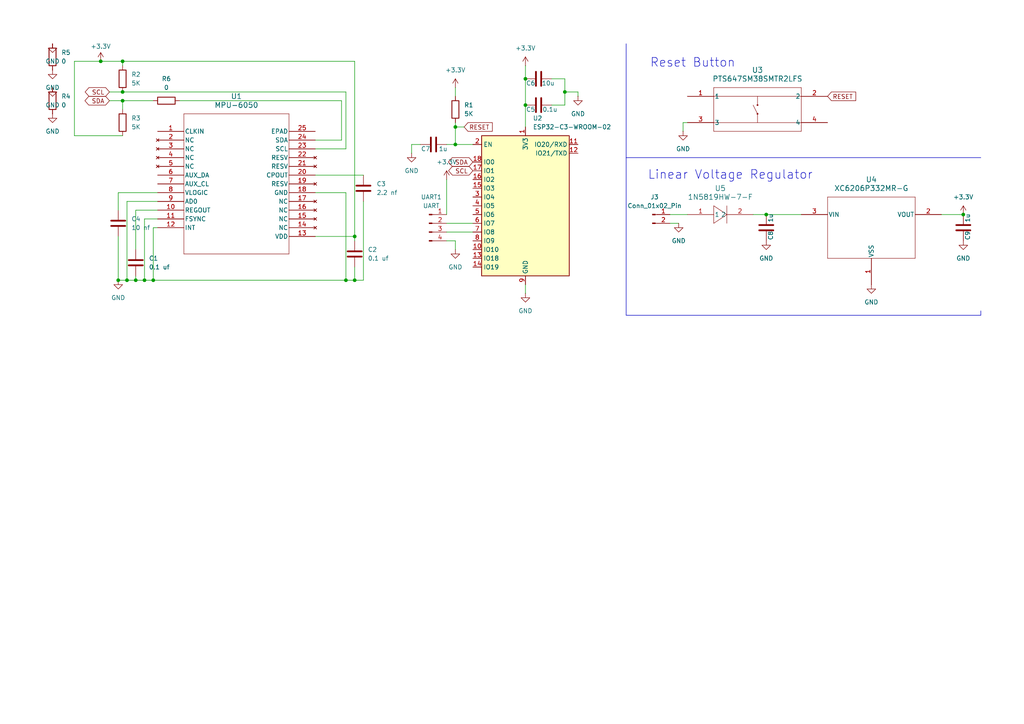
<source format=kicad_sch>
(kicad_sch
	(version 20250114)
	(generator "eeschema")
	(generator_version "9.0")
	(uuid "32e5ba35-9648-47f9-9581-dda55d5c3e51")
	(paper "A4")
	(title_block
		(title "Axis_IMU")
		(rev "0")
	)
	(lib_symbols
		(symbol "1N5819HW_7_F:1N5819HW-7-F"
			(pin_names
				(offset 0.254)
			)
			(exclude_from_sim no)
			(in_bom yes)
			(on_board yes)
			(property "Reference" "U"
				(at 20.32 10.16 0)
				(effects
					(font
						(size 1.524 1.524)
					)
				)
			)
			(property "Value" "1N5819HW-7-F"
				(at 20.32 7.62 0)
				(effects
					(font
						(size 1.524 1.524)
					)
				)
			)
			(property "Footprint" "1N5819HW-7-F_DIO"
				(at 14.478 -8.89 0)
				(effects
					(font
						(size 1.27 1.27)
						(italic yes)
					)
					(hide yes)
				)
			)
			(property "Datasheet" "1N5819HW-7-F"
				(at 16.256 -6.096 0)
				(effects
					(font
						(size 1.27 1.27)
						(italic yes)
					)
					(hide yes)
				)
			)
			(property "Description" ""
				(at 0 0 0)
				(effects
					(font
						(size 1.27 1.27)
					)
					(hide yes)
				)
			)
			(property "ki_locked" ""
				(at 0 0 0)
				(effects
					(font
						(size 1.27 1.27)
					)
				)
			)
			(property "ki_keywords" "1N5819HW-7-F"
				(at 0 0 0)
				(effects
					(font
						(size 1.27 1.27)
					)
					(hide yes)
				)
			)
			(property "ki_fp_filters" "1N5819HW-7-F_DIO 1N5819HW-7-F_DIO-M 1N5819HW-7-F_DIO-L"
				(at 0 0 0)
				(effects
					(font
						(size 1.27 1.27)
					)
					(hide yes)
				)
			)
			(symbol "1N5819HW-7-F_0_1"
				(polyline
					(pts
						(xy 16.51 3.81) (xy 16.51 -1.27)
					)
					(stroke
						(width 0.127)
						(type default)
					)
					(fill
						(type none)
					)
				)
				(polyline
					(pts
						(xy 16.51 -1.27) (xy 20.32 1.27)
					)
					(stroke
						(width 0.127)
						(type default)
					)
					(fill
						(type none)
					)
				)
				(polyline
					(pts
						(xy 20.32 1.27) (xy 16.51 3.81)
					)
					(stroke
						(width 0.127)
						(type default)
					)
					(fill
						(type none)
					)
				)
				(polyline
					(pts
						(xy 20.32 -1.27) (xy 20.32 3.81)
					)
					(stroke
						(width 0.127)
						(type default)
					)
					(fill
						(type none)
					)
				)
				(pin unspecified line
					(at 8.89 1.27 0)
					(length 7.62)
					(name "1"
						(effects
							(font
								(size 1.27 1.27)
							)
						)
					)
					(number "1"
						(effects
							(font
								(size 1.27 1.27)
							)
						)
					)
				)
				(pin unspecified line
					(at 27.94 1.27 180)
					(length 7.62)
					(name "2"
						(effects
							(font
								(size 1.27 1.27)
							)
						)
					)
					(number "2"
						(effects
							(font
								(size 1.27 1.27)
							)
						)
					)
				)
			)
			(embedded_fonts no)
		)
		(symbol "2026-01-30_16-01-32:MPU-6050"
			(pin_names
				(offset 0.254)
			)
			(exclude_from_sim no)
			(in_bom yes)
			(on_board yes)
			(property "Reference" "U"
				(at 22.86 10.16 0)
				(effects
					(font
						(size 1.524 1.524)
					)
				)
			)
			(property "Value" "MPU-6050"
				(at 22.86 7.62 0)
				(effects
					(font
						(size 1.524 1.524)
					)
				)
			)
			(property "Footprint" "QFN24_4X4X0P9-0P5_TDK"
				(at 0 0 0)
				(effects
					(font
						(size 1.27 1.27)
						(italic yes)
					)
					(hide yes)
				)
			)
			(property "Datasheet" "MPU-6050"
				(at 0 0 0)
				(effects
					(font
						(size 1.27 1.27)
						(italic yes)
					)
					(hide yes)
				)
			)
			(property "Description" ""
				(at 0 0 0)
				(effects
					(font
						(size 1.27 1.27)
					)
					(hide yes)
				)
			)
			(property "ki_locked" ""
				(at 0 0 0)
				(effects
					(font
						(size 1.27 1.27)
					)
				)
			)
			(property "ki_keywords" "MPU-6050"
				(at 0 0 0)
				(effects
					(font
						(size 1.27 1.27)
					)
					(hide yes)
				)
			)
			(property "ki_fp_filters" "QFN24_4X4X0P9-0P5_TDK QFN24_4X4X0P9-0P5_TDK-M QFN24_4X4X0P9-0P5_TDK-L"
				(at 0 0 0)
				(effects
					(font
						(size 1.27 1.27)
					)
					(hide yes)
				)
			)
			(symbol "MPU-6050_0_1"
				(polyline
					(pts
						(xy 7.62 5.08) (xy 7.62 -35.56)
					)
					(stroke
						(width 0.127)
						(type default)
					)
					(fill
						(type none)
					)
				)
				(polyline
					(pts
						(xy 7.62 -35.56) (xy 38.1 -35.56)
					)
					(stroke
						(width 0.127)
						(type default)
					)
					(fill
						(type none)
					)
				)
				(polyline
					(pts
						(xy 38.1 5.08) (xy 7.62 5.08)
					)
					(stroke
						(width 0.127)
						(type default)
					)
					(fill
						(type none)
					)
				)
				(polyline
					(pts
						(xy 38.1 -35.56) (xy 38.1 5.08)
					)
					(stroke
						(width 0.127)
						(type default)
					)
					(fill
						(type none)
					)
				)
				(pin input line
					(at 0 0 0)
					(length 7.62)
					(name "CLKIN"
						(effects
							(font
								(size 1.27 1.27)
							)
						)
					)
					(number "1"
						(effects
							(font
								(size 1.27 1.27)
							)
						)
					)
				)
				(pin no_connect line
					(at 0 -2.54 0)
					(length 7.62)
					(name "NC"
						(effects
							(font
								(size 1.27 1.27)
							)
						)
					)
					(number "2"
						(effects
							(font
								(size 1.27 1.27)
							)
						)
					)
				)
				(pin no_connect line
					(at 0 -5.08 0)
					(length 7.62)
					(name "NC"
						(effects
							(font
								(size 1.27 1.27)
							)
						)
					)
					(number "3"
						(effects
							(font
								(size 1.27 1.27)
							)
						)
					)
				)
				(pin no_connect line
					(at 0 -7.62 0)
					(length 7.62)
					(name "NC"
						(effects
							(font
								(size 1.27 1.27)
							)
						)
					)
					(number "4"
						(effects
							(font
								(size 1.27 1.27)
							)
						)
					)
				)
				(pin no_connect line
					(at 0 -10.16 0)
					(length 7.62)
					(name "NC"
						(effects
							(font
								(size 1.27 1.27)
							)
						)
					)
					(number "5"
						(effects
							(font
								(size 1.27 1.27)
							)
						)
					)
				)
				(pin unspecified line
					(at 0 -12.7 0)
					(length 7.62)
					(name "AUX_DA"
						(effects
							(font
								(size 1.27 1.27)
							)
						)
					)
					(number "6"
						(effects
							(font
								(size 1.27 1.27)
							)
						)
					)
				)
				(pin unspecified line
					(at 0 -15.24 0)
					(length 7.62)
					(name "AUX_CL"
						(effects
							(font
								(size 1.27 1.27)
							)
						)
					)
					(number "7"
						(effects
							(font
								(size 1.27 1.27)
							)
						)
					)
				)
				(pin power_in line
					(at 0 -17.78 0)
					(length 7.62)
					(name "VLOGIC"
						(effects
							(font
								(size 1.27 1.27)
							)
						)
					)
					(number "8"
						(effects
							(font
								(size 1.27 1.27)
							)
						)
					)
				)
				(pin bidirectional line
					(at 0 -20.32 0)
					(length 7.62)
					(name "AD0"
						(effects
							(font
								(size 1.27 1.27)
							)
						)
					)
					(number "9"
						(effects
							(font
								(size 1.27 1.27)
							)
						)
					)
				)
				(pin output line
					(at 0 -22.86 0)
					(length 7.62)
					(name "REGOUT"
						(effects
							(font
								(size 1.27 1.27)
							)
						)
					)
					(number "10"
						(effects
							(font
								(size 1.27 1.27)
							)
						)
					)
				)
				(pin unspecified line
					(at 0 -25.4 0)
					(length 7.62)
					(name "FSYNC"
						(effects
							(font
								(size 1.27 1.27)
							)
						)
					)
					(number "11"
						(effects
							(font
								(size 1.27 1.27)
							)
						)
					)
				)
				(pin output line
					(at 0 -27.94 0)
					(length 7.62)
					(name "INT"
						(effects
							(font
								(size 1.27 1.27)
							)
						)
					)
					(number "12"
						(effects
							(font
								(size 1.27 1.27)
							)
						)
					)
				)
				(pin unspecified line
					(at 45.72 0 180)
					(length 7.62)
					(name "EPAD"
						(effects
							(font
								(size 1.27 1.27)
							)
						)
					)
					(number "25"
						(effects
							(font
								(size 1.27 1.27)
							)
						)
					)
				)
				(pin unspecified line
					(at 45.72 -2.54 180)
					(length 7.62)
					(name "SDA"
						(effects
							(font
								(size 1.27 1.27)
							)
						)
					)
					(number "24"
						(effects
							(font
								(size 1.27 1.27)
							)
						)
					)
				)
				(pin unspecified line
					(at 45.72 -5.08 180)
					(length 7.62)
					(name "SCL"
						(effects
							(font
								(size 1.27 1.27)
							)
						)
					)
					(number "23"
						(effects
							(font
								(size 1.27 1.27)
							)
						)
					)
				)
				(pin no_connect line
					(at 45.72 -7.62 180)
					(length 7.62)
					(name "RESV"
						(effects
							(font
								(size 1.27 1.27)
							)
						)
					)
					(number "22"
						(effects
							(font
								(size 1.27 1.27)
							)
						)
					)
				)
				(pin no_connect line
					(at 45.72 -10.16 180)
					(length 7.62)
					(name "RESV"
						(effects
							(font
								(size 1.27 1.27)
							)
						)
					)
					(number "21"
						(effects
							(font
								(size 1.27 1.27)
							)
						)
					)
				)
				(pin output line
					(at 45.72 -12.7 180)
					(length 7.62)
					(name "CPOUT"
						(effects
							(font
								(size 1.27 1.27)
							)
						)
					)
					(number "20"
						(effects
							(font
								(size 1.27 1.27)
							)
						)
					)
				)
				(pin no_connect line
					(at 45.72 -15.24 180)
					(length 7.62)
					(name "RESV"
						(effects
							(font
								(size 1.27 1.27)
							)
						)
					)
					(number "19"
						(effects
							(font
								(size 1.27 1.27)
							)
						)
					)
				)
				(pin power_out line
					(at 45.72 -17.78 180)
					(length 7.62)
					(name "GND"
						(effects
							(font
								(size 1.27 1.27)
							)
						)
					)
					(number "18"
						(effects
							(font
								(size 1.27 1.27)
							)
						)
					)
				)
				(pin no_connect line
					(at 45.72 -20.32 180)
					(length 7.62)
					(name "NC"
						(effects
							(font
								(size 1.27 1.27)
							)
						)
					)
					(number "17"
						(effects
							(font
								(size 1.27 1.27)
							)
						)
					)
				)
				(pin no_connect line
					(at 45.72 -22.86 180)
					(length 7.62)
					(name "NC"
						(effects
							(font
								(size 1.27 1.27)
							)
						)
					)
					(number "16"
						(effects
							(font
								(size 1.27 1.27)
							)
						)
					)
				)
				(pin no_connect line
					(at 45.72 -25.4 180)
					(length 7.62)
					(name "NC"
						(effects
							(font
								(size 1.27 1.27)
							)
						)
					)
					(number "15"
						(effects
							(font
								(size 1.27 1.27)
							)
						)
					)
				)
				(pin no_connect line
					(at 45.72 -27.94 180)
					(length 7.62)
					(name "NC"
						(effects
							(font
								(size 1.27 1.27)
							)
						)
					)
					(number "14"
						(effects
							(font
								(size 1.27 1.27)
							)
						)
					)
				)
				(pin power_in line
					(at 45.72 -30.48 180)
					(length 7.62)
					(name "VDD"
						(effects
							(font
								(size 1.27 1.27)
							)
						)
					)
					(number "13"
						(effects
							(font
								(size 1.27 1.27)
							)
						)
					)
				)
			)
			(embedded_fonts no)
		)
		(symbol "Connector:Conn_01x02_Pin"
			(pin_names
				(offset 1.016)
				(hide yes)
			)
			(exclude_from_sim no)
			(in_bom yes)
			(on_board yes)
			(property "Reference" "J"
				(at 0 2.54 0)
				(effects
					(font
						(size 1.27 1.27)
					)
				)
			)
			(property "Value" "Conn_01x02_Pin"
				(at 0 -5.08 0)
				(effects
					(font
						(size 1.27 1.27)
					)
				)
			)
			(property "Footprint" ""
				(at 0 0 0)
				(effects
					(font
						(size 1.27 1.27)
					)
					(hide yes)
				)
			)
			(property "Datasheet" "~"
				(at 0 0 0)
				(effects
					(font
						(size 1.27 1.27)
					)
					(hide yes)
				)
			)
			(property "Description" "Generic connector, single row, 01x02, script generated"
				(at 0 0 0)
				(effects
					(font
						(size 1.27 1.27)
					)
					(hide yes)
				)
			)
			(property "ki_locked" ""
				(at 0 0 0)
				(effects
					(font
						(size 1.27 1.27)
					)
				)
			)
			(property "ki_keywords" "connector"
				(at 0 0 0)
				(effects
					(font
						(size 1.27 1.27)
					)
					(hide yes)
				)
			)
			(property "ki_fp_filters" "Connector*:*_1x??_*"
				(at 0 0 0)
				(effects
					(font
						(size 1.27 1.27)
					)
					(hide yes)
				)
			)
			(symbol "Conn_01x02_Pin_1_1"
				(rectangle
					(start 0.8636 0.127)
					(end 0 -0.127)
					(stroke
						(width 0.1524)
						(type default)
					)
					(fill
						(type outline)
					)
				)
				(rectangle
					(start 0.8636 -2.413)
					(end 0 -2.667)
					(stroke
						(width 0.1524)
						(type default)
					)
					(fill
						(type outline)
					)
				)
				(polyline
					(pts
						(xy 1.27 0) (xy 0.8636 0)
					)
					(stroke
						(width 0.1524)
						(type default)
					)
					(fill
						(type none)
					)
				)
				(polyline
					(pts
						(xy 1.27 -2.54) (xy 0.8636 -2.54)
					)
					(stroke
						(width 0.1524)
						(type default)
					)
					(fill
						(type none)
					)
				)
				(pin passive line
					(at 5.08 0 180)
					(length 3.81)
					(name "Pin_1"
						(effects
							(font
								(size 1.27 1.27)
							)
						)
					)
					(number "1"
						(effects
							(font
								(size 1.27 1.27)
							)
						)
					)
				)
				(pin passive line
					(at 5.08 -2.54 180)
					(length 3.81)
					(name "Pin_2"
						(effects
							(font
								(size 1.27 1.27)
							)
						)
					)
					(number "2"
						(effects
							(font
								(size 1.27 1.27)
							)
						)
					)
				)
			)
			(embedded_fonts no)
		)
		(symbol "Connector:Conn_01x04_Pin"
			(pin_names
				(offset 1.016)
				(hide yes)
			)
			(exclude_from_sim no)
			(in_bom yes)
			(on_board yes)
			(property "Reference" "J"
				(at 0 5.08 0)
				(effects
					(font
						(size 1.27 1.27)
					)
				)
			)
			(property "Value" "Conn_01x04_Pin"
				(at 0 -7.62 0)
				(effects
					(font
						(size 1.27 1.27)
					)
				)
			)
			(property "Footprint" ""
				(at 0 0 0)
				(effects
					(font
						(size 1.27 1.27)
					)
					(hide yes)
				)
			)
			(property "Datasheet" "~"
				(at 0 0 0)
				(effects
					(font
						(size 1.27 1.27)
					)
					(hide yes)
				)
			)
			(property "Description" "Generic connector, single row, 01x04, script generated"
				(at 0 0 0)
				(effects
					(font
						(size 1.27 1.27)
					)
					(hide yes)
				)
			)
			(property "ki_locked" ""
				(at 0 0 0)
				(effects
					(font
						(size 1.27 1.27)
					)
				)
			)
			(property "ki_keywords" "connector"
				(at 0 0 0)
				(effects
					(font
						(size 1.27 1.27)
					)
					(hide yes)
				)
			)
			(property "ki_fp_filters" "Connector*:*_1x??_*"
				(at 0 0 0)
				(effects
					(font
						(size 1.27 1.27)
					)
					(hide yes)
				)
			)
			(symbol "Conn_01x04_Pin_1_1"
				(rectangle
					(start 0.8636 2.667)
					(end 0 2.413)
					(stroke
						(width 0.1524)
						(type default)
					)
					(fill
						(type outline)
					)
				)
				(rectangle
					(start 0.8636 0.127)
					(end 0 -0.127)
					(stroke
						(width 0.1524)
						(type default)
					)
					(fill
						(type outline)
					)
				)
				(rectangle
					(start 0.8636 -2.413)
					(end 0 -2.667)
					(stroke
						(width 0.1524)
						(type default)
					)
					(fill
						(type outline)
					)
				)
				(rectangle
					(start 0.8636 -4.953)
					(end 0 -5.207)
					(stroke
						(width 0.1524)
						(type default)
					)
					(fill
						(type outline)
					)
				)
				(polyline
					(pts
						(xy 1.27 2.54) (xy 0.8636 2.54)
					)
					(stroke
						(width 0.1524)
						(type default)
					)
					(fill
						(type none)
					)
				)
				(polyline
					(pts
						(xy 1.27 0) (xy 0.8636 0)
					)
					(stroke
						(width 0.1524)
						(type default)
					)
					(fill
						(type none)
					)
				)
				(polyline
					(pts
						(xy 1.27 -2.54) (xy 0.8636 -2.54)
					)
					(stroke
						(width 0.1524)
						(type default)
					)
					(fill
						(type none)
					)
				)
				(polyline
					(pts
						(xy 1.27 -5.08) (xy 0.8636 -5.08)
					)
					(stroke
						(width 0.1524)
						(type default)
					)
					(fill
						(type none)
					)
				)
				(pin passive line
					(at 5.08 2.54 180)
					(length 3.81)
					(name "Pin_1"
						(effects
							(font
								(size 1.27 1.27)
							)
						)
					)
					(number "1"
						(effects
							(font
								(size 1.27 1.27)
							)
						)
					)
				)
				(pin passive line
					(at 5.08 0 180)
					(length 3.81)
					(name "Pin_2"
						(effects
							(font
								(size 1.27 1.27)
							)
						)
					)
					(number "2"
						(effects
							(font
								(size 1.27 1.27)
							)
						)
					)
				)
				(pin passive line
					(at 5.08 -2.54 180)
					(length 3.81)
					(name "Pin_3"
						(effects
							(font
								(size 1.27 1.27)
							)
						)
					)
					(number "3"
						(effects
							(font
								(size 1.27 1.27)
							)
						)
					)
				)
				(pin passive line
					(at 5.08 -5.08 180)
					(length 3.81)
					(name "Pin_4"
						(effects
							(font
								(size 1.27 1.27)
							)
						)
					)
					(number "4"
						(effects
							(font
								(size 1.27 1.27)
							)
						)
					)
				)
			)
			(embedded_fonts no)
		)
		(symbol "Device:C"
			(pin_numbers
				(hide yes)
			)
			(pin_names
				(offset 0.254)
			)
			(exclude_from_sim no)
			(in_bom yes)
			(on_board yes)
			(property "Reference" "C"
				(at 0.635 2.54 0)
				(effects
					(font
						(size 1.27 1.27)
					)
					(justify left)
				)
			)
			(property "Value" "C"
				(at 0.635 -2.54 0)
				(effects
					(font
						(size 1.27 1.27)
					)
					(justify left)
				)
			)
			(property "Footprint" ""
				(at 0.9652 -3.81 0)
				(effects
					(font
						(size 1.27 1.27)
					)
					(hide yes)
				)
			)
			(property "Datasheet" "~"
				(at 0 0 0)
				(effects
					(font
						(size 1.27 1.27)
					)
					(hide yes)
				)
			)
			(property "Description" "Unpolarized capacitor"
				(at 0 0 0)
				(effects
					(font
						(size 1.27 1.27)
					)
					(hide yes)
				)
			)
			(property "ki_keywords" "cap capacitor"
				(at 0 0 0)
				(effects
					(font
						(size 1.27 1.27)
					)
					(hide yes)
				)
			)
			(property "ki_fp_filters" "C_*"
				(at 0 0 0)
				(effects
					(font
						(size 1.27 1.27)
					)
					(hide yes)
				)
			)
			(symbol "C_0_1"
				(polyline
					(pts
						(xy -2.032 0.762) (xy 2.032 0.762)
					)
					(stroke
						(width 0.508)
						(type default)
					)
					(fill
						(type none)
					)
				)
				(polyline
					(pts
						(xy -2.032 -0.762) (xy 2.032 -0.762)
					)
					(stroke
						(width 0.508)
						(type default)
					)
					(fill
						(type none)
					)
				)
			)
			(symbol "C_1_1"
				(pin passive line
					(at 0 3.81 270)
					(length 2.794)
					(name "~"
						(effects
							(font
								(size 1.27 1.27)
							)
						)
					)
					(number "1"
						(effects
							(font
								(size 1.27 1.27)
							)
						)
					)
				)
				(pin passive line
					(at 0 -3.81 90)
					(length 2.794)
					(name "~"
						(effects
							(font
								(size 1.27 1.27)
							)
						)
					)
					(number "2"
						(effects
							(font
								(size 1.27 1.27)
							)
						)
					)
				)
			)
			(embedded_fonts no)
		)
		(symbol "Device:R"
			(pin_numbers
				(hide yes)
			)
			(pin_names
				(offset 0)
			)
			(exclude_from_sim no)
			(in_bom yes)
			(on_board yes)
			(property "Reference" "R"
				(at 2.032 0 90)
				(effects
					(font
						(size 1.27 1.27)
					)
				)
			)
			(property "Value" "R"
				(at 0 0 90)
				(effects
					(font
						(size 1.27 1.27)
					)
				)
			)
			(property "Footprint" ""
				(at -1.778 0 90)
				(effects
					(font
						(size 1.27 1.27)
					)
					(hide yes)
				)
			)
			(property "Datasheet" "~"
				(at 0 0 0)
				(effects
					(font
						(size 1.27 1.27)
					)
					(hide yes)
				)
			)
			(property "Description" "Resistor"
				(at 0 0 0)
				(effects
					(font
						(size 1.27 1.27)
					)
					(hide yes)
				)
			)
			(property "ki_keywords" "R res resistor"
				(at 0 0 0)
				(effects
					(font
						(size 1.27 1.27)
					)
					(hide yes)
				)
			)
			(property "ki_fp_filters" "R_*"
				(at 0 0 0)
				(effects
					(font
						(size 1.27 1.27)
					)
					(hide yes)
				)
			)
			(symbol "R_0_1"
				(rectangle
					(start -1.016 -2.54)
					(end 1.016 2.54)
					(stroke
						(width 0.254)
						(type default)
					)
					(fill
						(type none)
					)
				)
			)
			(symbol "R_1_1"
				(pin passive line
					(at 0 3.81 270)
					(length 1.27)
					(name "~"
						(effects
							(font
								(size 1.27 1.27)
							)
						)
					)
					(number "1"
						(effects
							(font
								(size 1.27 1.27)
							)
						)
					)
				)
				(pin passive line
					(at 0 -3.81 90)
					(length 1.27)
					(name "~"
						(effects
							(font
								(size 1.27 1.27)
							)
						)
					)
					(number "2"
						(effects
							(font
								(size 1.27 1.27)
							)
						)
					)
				)
			)
			(embedded_fonts no)
		)
		(symbol "Linear_Regulator:XC6206P332MR-G"
			(pin_names
				(offset 0.254)
			)
			(exclude_from_sim no)
			(in_bom yes)
			(on_board yes)
			(property "Reference" "U"
				(at 20.32 10.16 0)
				(effects
					(font
						(size 1.524 1.524)
					)
				)
			)
			(property "Value" "XC6206P332MR-G"
				(at 20.32 7.62 0)
				(effects
					(font
						(size 1.524 1.524)
					)
				)
			)
			(property "Footprint" "SOT-23_TOR"
				(at 0 0 0)
				(effects
					(font
						(size 1.27 1.27)
						(italic yes)
					)
					(hide yes)
				)
			)
			(property "Datasheet" "XC6206P332MR-G"
				(at 0 0 0)
				(effects
					(font
						(size 1.27 1.27)
						(italic yes)
					)
					(hide yes)
				)
			)
			(property "Description" ""
				(at 0 0 0)
				(effects
					(font
						(size 1.27 1.27)
					)
					(hide yes)
				)
			)
			(property "ki_locked" ""
				(at 0 0 0)
				(effects
					(font
						(size 1.27 1.27)
					)
				)
			)
			(property "ki_keywords" "XC6206P332MR-G"
				(at 0 0 0)
				(effects
					(font
						(size 1.27 1.27)
					)
					(hide yes)
				)
			)
			(property "ki_fp_filters" "SOT-23_TOR SOT-23_TOR-M SOT-23_TOR-L"
				(at 0 0 0)
				(effects
					(font
						(size 1.27 1.27)
					)
					(hide yes)
				)
			)
			(symbol "XC6206P332MR-G_0_1"
				(polyline
					(pts
						(xy 7.62 5.08) (xy 7.62 -12.7)
					)
					(stroke
						(width 0.127)
						(type default)
					)
					(fill
						(type none)
					)
				)
				(polyline
					(pts
						(xy 7.62 -12.7) (xy 33.02 -12.7)
					)
					(stroke
						(width 0.127)
						(type default)
					)
					(fill
						(type none)
					)
				)
				(polyline
					(pts
						(xy 33.02 5.08) (xy 7.62 5.08)
					)
					(stroke
						(width 0.127)
						(type default)
					)
					(fill
						(type none)
					)
				)
				(polyline
					(pts
						(xy 33.02 -12.7) (xy 33.02 5.08)
					)
					(stroke
						(width 0.127)
						(type default)
					)
					(fill
						(type none)
					)
				)
				(pin power_in line
					(at 0 0 0)
					(length 7.62)
					(name "VIN"
						(effects
							(font
								(size 1.27 1.27)
							)
						)
					)
					(number "3"
						(effects
							(font
								(size 1.27 1.27)
							)
						)
					)
				)
				(pin power_out line
					(at 20.32 -20.32 90)
					(length 7.62)
					(name "VSS"
						(effects
							(font
								(size 1.27 1.27)
							)
						)
					)
					(number "1"
						(effects
							(font
								(size 1.27 1.27)
							)
						)
					)
				)
				(pin output line
					(at 40.64 0 180)
					(length 7.62)
					(name "VOUT"
						(effects
							(font
								(size 1.27 1.27)
							)
						)
					)
					(number "2"
						(effects
							(font
								(size 1.27 1.27)
							)
						)
					)
				)
			)
			(embedded_fonts no)
		)
		(symbol "PushButton:PTS647SM38SMTR2LFS"
			(pin_names
				(offset 0.254)
			)
			(exclude_from_sim no)
			(in_bom yes)
			(on_board yes)
			(property "Reference" "U"
				(at 20.32 7.62 0)
				(effects
					(font
						(size 1.524 1.524)
					)
				)
			)
			(property "Value" "PTS647SM38SMTR2LFS"
				(at 20.32 5.08 0)
				(effects
					(font
						(size 1.524 1.524)
					)
				)
			)
			(property "Footprint" "SW_PTS647SM38SMTR2LFS_CNK"
				(at 0 0 0)
				(effects
					(font
						(size 1.27 1.27)
						(italic yes)
					)
					(hide yes)
				)
			)
			(property "Datasheet" "PTS647SM38SMTR2LFS"
				(at 0 0 0)
				(effects
					(font
						(size 1.27 1.27)
						(italic yes)
					)
					(hide yes)
				)
			)
			(property "Description" ""
				(at 0 0 0)
				(effects
					(font
						(size 1.27 1.27)
					)
					(hide yes)
				)
			)
			(property "ki_locked" ""
				(at 0 0 0)
				(effects
					(font
						(size 1.27 1.27)
					)
				)
			)
			(property "ki_keywords" "PTS647SM38SMTR2LFS"
				(at 0 0 0)
				(effects
					(font
						(size 1.27 1.27)
					)
					(hide yes)
				)
			)
			(property "ki_fp_filters" "SW_PTS647SM38SMTR2LFS_CNK"
				(at 0 0 0)
				(effects
					(font
						(size 1.27 1.27)
					)
					(hide yes)
				)
			)
			(symbol "PTS647SM38SMTR2LFS_0_1"
				(polyline
					(pts
						(xy 7.62 2.54) (xy 7.62 -10.16)
					)
					(stroke
						(width 0.127)
						(type default)
					)
					(fill
						(type none)
					)
				)
				(polyline
					(pts
						(xy 7.62 0) (xy 33.02 0)
					)
					(stroke
						(width 0.127)
						(type default)
					)
					(fill
						(type none)
					)
				)
				(polyline
					(pts
						(xy 7.62 -7.62) (xy 33.02 -7.62)
					)
					(stroke
						(width 0.127)
						(type default)
					)
					(fill
						(type none)
					)
				)
				(polyline
					(pts
						(xy 7.62 -10.16) (xy 33.02 -10.16)
					)
					(stroke
						(width 0.127)
						(type default)
					)
					(fill
						(type none)
					)
				)
				(polyline
					(pts
						(xy 20.32 0) (xy 20.32 -2.54)
					)
					(stroke
						(width 0.127)
						(type default)
					)
					(fill
						(type none)
					)
				)
				(circle
					(center 20.32 -2.54)
					(radius 0.127)
					(stroke
						(width 0.254)
						(type default)
					)
					(fill
						(type none)
					)
				)
				(polyline
					(pts
						(xy 20.32 -5.08) (xy 19.05 -2.54)
					)
					(stroke
						(width 0.127)
						(type default)
					)
					(fill
						(type none)
					)
				)
				(polyline
					(pts
						(xy 20.32 -5.08) (xy 20.32 -7.62)
					)
					(stroke
						(width 0.127)
						(type default)
					)
					(fill
						(type none)
					)
				)
				(circle
					(center 20.32 -5.08)
					(radius 0.127)
					(stroke
						(width 0.254)
						(type default)
					)
					(fill
						(type none)
					)
				)
				(polyline
					(pts
						(xy 33.02 2.54) (xy 7.62 2.54)
					)
					(stroke
						(width 0.127)
						(type default)
					)
					(fill
						(type none)
					)
				)
				(polyline
					(pts
						(xy 33.02 -10.16) (xy 33.02 2.54)
					)
					(stroke
						(width 0.127)
						(type default)
					)
					(fill
						(type none)
					)
				)
				(pin unspecified line
					(at 0 0 0)
					(length 7.62)
					(name "1"
						(effects
							(font
								(size 1.27 1.27)
							)
						)
					)
					(number "1"
						(effects
							(font
								(size 1.27 1.27)
							)
						)
					)
				)
				(pin unspecified line
					(at 0 -7.62 0)
					(length 7.62)
					(name "3"
						(effects
							(font
								(size 1.27 1.27)
							)
						)
					)
					(number "3"
						(effects
							(font
								(size 1.27 1.27)
							)
						)
					)
				)
				(pin unspecified line
					(at 40.64 0 180)
					(length 7.62)
					(name "2"
						(effects
							(font
								(size 1.27 1.27)
							)
						)
					)
					(number "2"
						(effects
							(font
								(size 1.27 1.27)
							)
						)
					)
				)
				(pin unspecified line
					(at 40.64 -7.62 180)
					(length 7.62)
					(name "4"
						(effects
							(font
								(size 1.27 1.27)
							)
						)
					)
					(number "4"
						(effects
							(font
								(size 1.27 1.27)
							)
						)
					)
				)
			)
			(embedded_fonts no)
		)
		(symbol "RF_Module:ESP32-C3-WROOM-02"
			(exclude_from_sim no)
			(in_bom yes)
			(on_board yes)
			(property "Reference" "U"
				(at -12.192 21.336 0)
				(effects
					(font
						(size 1.27 1.27)
					)
				)
			)
			(property "Value" "ESP32-C3-WROOM-02"
				(at 12.192 21.336 0)
				(effects
					(font
						(size 1.27 1.27)
					)
				)
			)
			(property "Footprint" "RF_Module:ESP32-C3-WROOM-02"
				(at 0 0.635 0)
				(effects
					(font
						(size 1.27 1.27)
					)
					(hide yes)
				)
			)
			(property "Datasheet" "https://www.espressif.com/sites/default/files/documentation/esp32-c3-wroom-02_datasheet_en.pdf"
				(at 0 0.635 0)
				(effects
					(font
						(size 1.27 1.27)
					)
					(hide yes)
				)
			)
			(property "Description" "802.11 b/g/n Wi­Fi and Bluetooth 5 module, ESP32­C3 SoC, RISC­V microprocessor, On-board antenna"
				(at 0 0.635 0)
				(effects
					(font
						(size 1.27 1.27)
					)
					(hide yes)
				)
			)
			(property "ki_keywords" "esp32 espressif WiFi Bluetooth LE"
				(at 0 0 0)
				(effects
					(font
						(size 1.27 1.27)
					)
					(hide yes)
				)
			)
			(property "ki_fp_filters" "ESP32?C3*WROOM?02*"
				(at 0 0 0)
				(effects
					(font
						(size 1.27 1.27)
					)
					(hide yes)
				)
			)
			(symbol "ESP32-C3-WROOM-02_1_1"
				(rectangle
					(start -12.7 20.32)
					(end 12.7 -20.32)
					(stroke
						(width 0.254)
						(type default)
					)
					(fill
						(type background)
					)
				)
				(pin input line
					(at -15.24 17.78 0)
					(length 2.54)
					(name "EN"
						(effects
							(font
								(size 1.27 1.27)
							)
						)
					)
					(number "2"
						(effects
							(font
								(size 1.27 1.27)
							)
						)
					)
				)
				(pin bidirectional line
					(at -15.24 12.7 0)
					(length 2.54)
					(name "IO0"
						(effects
							(font
								(size 1.27 1.27)
							)
						)
					)
					(number "18"
						(effects
							(font
								(size 1.27 1.27)
							)
						)
					)
				)
				(pin bidirectional line
					(at -15.24 10.16 0)
					(length 2.54)
					(name "IO1"
						(effects
							(font
								(size 1.27 1.27)
							)
						)
					)
					(number "17"
						(effects
							(font
								(size 1.27 1.27)
							)
						)
					)
				)
				(pin bidirectional line
					(at -15.24 7.62 0)
					(length 2.54)
					(name "IO2"
						(effects
							(font
								(size 1.27 1.27)
							)
						)
					)
					(number "16"
						(effects
							(font
								(size 1.27 1.27)
							)
						)
					)
				)
				(pin bidirectional line
					(at -15.24 5.08 0)
					(length 2.54)
					(name "IO3"
						(effects
							(font
								(size 1.27 1.27)
							)
						)
					)
					(number "15"
						(effects
							(font
								(size 1.27 1.27)
							)
						)
					)
				)
				(pin bidirectional line
					(at -15.24 2.54 0)
					(length 2.54)
					(name "IO4"
						(effects
							(font
								(size 1.27 1.27)
							)
						)
					)
					(number "3"
						(effects
							(font
								(size 1.27 1.27)
							)
						)
					)
				)
				(pin bidirectional line
					(at -15.24 0 0)
					(length 2.54)
					(name "IO5"
						(effects
							(font
								(size 1.27 1.27)
							)
						)
					)
					(number "4"
						(effects
							(font
								(size 1.27 1.27)
							)
						)
					)
				)
				(pin bidirectional line
					(at -15.24 -2.54 0)
					(length 2.54)
					(name "IO6"
						(effects
							(font
								(size 1.27 1.27)
							)
						)
					)
					(number "5"
						(effects
							(font
								(size 1.27 1.27)
							)
						)
					)
				)
				(pin bidirectional line
					(at -15.24 -5.08 0)
					(length 2.54)
					(name "IO7"
						(effects
							(font
								(size 1.27 1.27)
							)
						)
					)
					(number "6"
						(effects
							(font
								(size 1.27 1.27)
							)
						)
					)
				)
				(pin bidirectional line
					(at -15.24 -7.62 0)
					(length 2.54)
					(name "IO8"
						(effects
							(font
								(size 1.27 1.27)
							)
						)
					)
					(number "7"
						(effects
							(font
								(size 1.27 1.27)
							)
						)
					)
				)
				(pin bidirectional line
					(at -15.24 -10.16 0)
					(length 2.54)
					(name "IO9"
						(effects
							(font
								(size 1.27 1.27)
							)
						)
					)
					(number "8"
						(effects
							(font
								(size 1.27 1.27)
							)
						)
					)
				)
				(pin bidirectional line
					(at -15.24 -12.7 0)
					(length 2.54)
					(name "IO10"
						(effects
							(font
								(size 1.27 1.27)
							)
						)
					)
					(number "10"
						(effects
							(font
								(size 1.27 1.27)
							)
						)
					)
				)
				(pin bidirectional line
					(at -15.24 -15.24 0)
					(length 2.54)
					(name "IO18"
						(effects
							(font
								(size 1.27 1.27)
							)
						)
					)
					(number "13"
						(effects
							(font
								(size 1.27 1.27)
							)
						)
					)
				)
				(pin bidirectional line
					(at -15.24 -17.78 0)
					(length 2.54)
					(name "IO19"
						(effects
							(font
								(size 1.27 1.27)
							)
						)
					)
					(number "14"
						(effects
							(font
								(size 1.27 1.27)
							)
						)
					)
				)
				(pin power_in line
					(at 0 22.86 270)
					(length 2.54)
					(name "3V3"
						(effects
							(font
								(size 1.27 1.27)
							)
						)
					)
					(number "1"
						(effects
							(font
								(size 1.27 1.27)
							)
						)
					)
				)
				(pin passive line
					(at 0 -22.86 90)
					(length 2.54)
					(hide yes)
					(name "GND"
						(effects
							(font
								(size 1.27 1.27)
							)
						)
					)
					(number "19"
						(effects
							(font
								(size 1.27 1.27)
							)
						)
					)
				)
				(pin power_in line
					(at 0 -22.86 90)
					(length 2.54)
					(name "GND"
						(effects
							(font
								(size 1.27 1.27)
							)
						)
					)
					(number "9"
						(effects
							(font
								(size 1.27 1.27)
							)
						)
					)
				)
				(pin bidirectional line
					(at 15.24 17.78 180)
					(length 2.54)
					(name "IO20/RXD"
						(effects
							(font
								(size 1.27 1.27)
							)
						)
					)
					(number "11"
						(effects
							(font
								(size 1.27 1.27)
							)
						)
					)
				)
				(pin bidirectional line
					(at 15.24 15.24 180)
					(length 2.54)
					(name "IO21/TXD"
						(effects
							(font
								(size 1.27 1.27)
							)
						)
					)
					(number "12"
						(effects
							(font
								(size 1.27 1.27)
							)
						)
					)
				)
			)
			(embedded_fonts no)
		)
		(symbol "power:+3.3V"
			(power)
			(pin_numbers
				(hide yes)
			)
			(pin_names
				(offset 0)
				(hide yes)
			)
			(exclude_from_sim no)
			(in_bom yes)
			(on_board yes)
			(property "Reference" "#PWR"
				(at 0 -3.81 0)
				(effects
					(font
						(size 1.27 1.27)
					)
					(hide yes)
				)
			)
			(property "Value" "+3.3V"
				(at 0 3.556 0)
				(effects
					(font
						(size 1.27 1.27)
					)
				)
			)
			(property "Footprint" ""
				(at 0 0 0)
				(effects
					(font
						(size 1.27 1.27)
					)
					(hide yes)
				)
			)
			(property "Datasheet" ""
				(at 0 0 0)
				(effects
					(font
						(size 1.27 1.27)
					)
					(hide yes)
				)
			)
			(property "Description" "Power symbol creates a global label with name \"+3.3V\""
				(at 0 0 0)
				(effects
					(font
						(size 1.27 1.27)
					)
					(hide yes)
				)
			)
			(property "ki_keywords" "global power"
				(at 0 0 0)
				(effects
					(font
						(size 1.27 1.27)
					)
					(hide yes)
				)
			)
			(symbol "+3.3V_0_1"
				(polyline
					(pts
						(xy -0.762 1.27) (xy 0 2.54)
					)
					(stroke
						(width 0)
						(type default)
					)
					(fill
						(type none)
					)
				)
				(polyline
					(pts
						(xy 0 2.54) (xy 0.762 1.27)
					)
					(stroke
						(width 0)
						(type default)
					)
					(fill
						(type none)
					)
				)
				(polyline
					(pts
						(xy 0 0) (xy 0 2.54)
					)
					(stroke
						(width 0)
						(type default)
					)
					(fill
						(type none)
					)
				)
			)
			(symbol "+3.3V_1_1"
				(pin power_in line
					(at 0 0 90)
					(length 0)
					(name "~"
						(effects
							(font
								(size 1.27 1.27)
							)
						)
					)
					(number "1"
						(effects
							(font
								(size 1.27 1.27)
							)
						)
					)
				)
			)
			(embedded_fonts no)
		)
		(symbol "power:GND"
			(power)
			(pin_numbers
				(hide yes)
			)
			(pin_names
				(offset 0)
				(hide yes)
			)
			(exclude_from_sim no)
			(in_bom yes)
			(on_board yes)
			(property "Reference" "#PWR"
				(at 0 -6.35 0)
				(effects
					(font
						(size 1.27 1.27)
					)
					(hide yes)
				)
			)
			(property "Value" "GND"
				(at 0 -3.81 0)
				(effects
					(font
						(size 1.27 1.27)
					)
				)
			)
			(property "Footprint" ""
				(at 0 0 0)
				(effects
					(font
						(size 1.27 1.27)
					)
					(hide yes)
				)
			)
			(property "Datasheet" ""
				(at 0 0 0)
				(effects
					(font
						(size 1.27 1.27)
					)
					(hide yes)
				)
			)
			(property "Description" "Power symbol creates a global label with name \"GND\" , ground"
				(at 0 0 0)
				(effects
					(font
						(size 1.27 1.27)
					)
					(hide yes)
				)
			)
			(property "ki_keywords" "global power"
				(at 0 0 0)
				(effects
					(font
						(size 1.27 1.27)
					)
					(hide yes)
				)
			)
			(symbol "GND_0_1"
				(polyline
					(pts
						(xy 0 0) (xy 0 -1.27) (xy 1.27 -1.27) (xy 0 -2.54) (xy -1.27 -1.27) (xy 0 -1.27)
					)
					(stroke
						(width 0)
						(type default)
					)
					(fill
						(type none)
					)
				)
			)
			(symbol "GND_1_1"
				(pin power_in line
					(at 0 0 270)
					(length 0)
					(name "~"
						(effects
							(font
								(size 1.27 1.27)
							)
						)
					)
					(number "1"
						(effects
							(font
								(size 1.27 1.27)
							)
						)
					)
				)
			)
			(embedded_fonts no)
		)
	)
	(text "Linear Voltage Regulator"
		(exclude_from_sim no)
		(at 211.836 50.8 0)
		(effects
			(font
				(size 2.54 2.54)
			)
		)
		(uuid "8fde3e4d-f612-47e6-91f0-59bd4814e845")
	)
	(text "Reset Button\n"
		(exclude_from_sim no)
		(at 200.914 18.288 0)
		(effects
			(font
				(size 2.54 2.54)
			)
		)
		(uuid "b10633ce-7635-47ec-8466-2cacec5fde39")
	)
	(junction
		(at 102.87 81.28)
		(diameter 0)
		(color 0 0 0 0)
		(uuid "181a3be7-50cc-4862-a794-d736a209fcec")
	)
	(junction
		(at 35.56 17.78)
		(diameter 0)
		(color 0 0 0 0)
		(uuid "19d56ed2-b59b-4677-9367-d24a271948b2")
	)
	(junction
		(at 35.56 26.67)
		(diameter 0)
		(color 0 0 0 0)
		(uuid "1fa8c2b7-fb82-47c5-a563-3cf5e40d3bc8")
	)
	(junction
		(at 222.25 62.23)
		(diameter 0)
		(color 0 0 0 0)
		(uuid "228c6cef-93d8-446d-ada1-80e1f2cc5eca")
	)
	(junction
		(at 34.29 81.28)
		(diameter 0)
		(color 0 0 0 0)
		(uuid "47071d33-c7cc-49e8-a95d-d2967c42bb1a")
	)
	(junction
		(at 132.08 41.91)
		(diameter 0)
		(color 0 0 0 0)
		(uuid "4e3d849e-15c4-4be7-85d4-4b137e27d472")
	)
	(junction
		(at 279.4 62.23)
		(diameter 0)
		(color 0 0 0 0)
		(uuid "521a5f51-3174-4293-abec-91932607548b")
	)
	(junction
		(at 36.83 81.28)
		(diameter 0)
		(color 0 0 0 0)
		(uuid "6bb98ba0-58bf-4bc7-bb5a-c98dedbfb748")
	)
	(junction
		(at 152.4 30.48)
		(diameter 0)
		(color 0 0 0 0)
		(uuid "9a327aa1-3946-470b-952c-6950203127e3")
	)
	(junction
		(at 152.4 22.86)
		(diameter 0)
		(color 0 0 0 0)
		(uuid "a0e7151a-de03-4143-8bd1-bb001f5857b8")
	)
	(junction
		(at 35.56 29.21)
		(diameter 0)
		(color 0 0 0 0)
		(uuid "b9d220ee-7d8f-420f-83a9-b7c263b3054b")
	)
	(junction
		(at 100.33 81.28)
		(diameter 0)
		(color 0 0 0 0)
		(uuid "c3740b31-72c1-43d9-990e-917338b03462")
	)
	(junction
		(at 44.45 81.28)
		(diameter 0)
		(color 0 0 0 0)
		(uuid "c698066a-2019-4d8c-b536-31f609f78312")
	)
	(junction
		(at 29.21 17.78)
		(diameter 0)
		(color 0 0 0 0)
		(uuid "c6d78390-d2e6-4d25-89e8-60dd31585400")
	)
	(junction
		(at 163.83 26.67)
		(diameter 0)
		(color 0 0 0 0)
		(uuid "cf53ece4-62a5-4e8b-876c-29f476edbfe1")
	)
	(junction
		(at 132.08 36.83)
		(diameter 0)
		(color 0 0 0 0)
		(uuid "df62468f-fde2-4ec3-811a-814b9a6f0026")
	)
	(junction
		(at 102.87 68.58)
		(diameter 0)
		(color 0 0 0 0)
		(uuid "e252573b-5c58-4452-9525-3eb5a3554a20")
	)
	(junction
		(at 41.91 81.28)
		(diameter 0)
		(color 0 0 0 0)
		(uuid "faeaa60b-446b-4234-8726-3eaccfdebe09")
	)
	(junction
		(at 39.37 81.28)
		(diameter 0)
		(color 0 0 0 0)
		(uuid "fb1ccb3d-675b-49e9-8706-1d7f05662898")
	)
	(wire
		(pts
			(xy 39.37 72.39) (xy 39.37 60.96)
		)
		(stroke
			(width 0)
			(type default)
		)
		(uuid "084e0103-96a8-426e-8aef-58483e50f8bc")
	)
	(wire
		(pts
			(xy 44.45 66.04) (xy 44.45 81.28)
		)
		(stroke
			(width 0)
			(type default)
		)
		(uuid "0b96afcc-73bb-4fc9-9c9b-9188e5217ad4")
	)
	(wire
		(pts
			(xy 41.91 81.28) (xy 44.45 81.28)
		)
		(stroke
			(width 0)
			(type default)
		)
		(uuid "0dc1c0ee-62a3-498f-aa82-ce5c83b6a977")
	)
	(wire
		(pts
			(xy 31.75 29.21) (xy 35.56 29.21)
		)
		(stroke
			(width 0)
			(type default)
		)
		(uuid "0e212866-f262-4d9c-8c68-5c31bdeef0aa")
	)
	(wire
		(pts
			(xy 105.41 81.28) (xy 102.87 81.28)
		)
		(stroke
			(width 0)
			(type default)
		)
		(uuid "0f0733ca-cd8e-4f7b-bec1-e5b26a51a10a")
	)
	(wire
		(pts
			(xy 129.54 64.77) (xy 137.16 64.77)
		)
		(stroke
			(width 0)
			(type default)
		)
		(uuid "11a40067-8cbb-453e-9429-44bb61f28951")
	)
	(wire
		(pts
			(xy 222.25 62.23) (xy 232.41 62.23)
		)
		(stroke
			(width 0)
			(type default)
		)
		(uuid "18b5749c-0298-486c-b5f9-1e5478ad8179")
	)
	(wire
		(pts
			(xy 129.54 69.85) (xy 132.08 69.85)
		)
		(stroke
			(width 0)
			(type default)
		)
		(uuid "2272b963-cd16-44a2-95db-38cab6d87159")
	)
	(wire
		(pts
			(xy 167.64 26.67) (xy 167.64 27.94)
		)
		(stroke
			(width 0)
			(type default)
		)
		(uuid "24336ab5-e589-4ef9-b9ea-bc0045712a90")
	)
	(wire
		(pts
			(xy 121.92 41.91) (xy 119.38 41.91)
		)
		(stroke
			(width 0)
			(type default)
		)
		(uuid "2b6a1159-32b6-4057-9b23-d226bfb3ebb8")
	)
	(wire
		(pts
			(xy 129.54 67.31) (xy 137.16 67.31)
		)
		(stroke
			(width 0)
			(type default)
		)
		(uuid "2d52ffd5-8638-4f68-8b18-2783645a1023")
	)
	(wire
		(pts
			(xy 44.45 29.21) (xy 35.56 29.21)
		)
		(stroke
			(width 0)
			(type default)
		)
		(uuid "2d82e745-e88f-463b-87f9-716c56edd238")
	)
	(wire
		(pts
			(xy 39.37 60.96) (xy 45.72 60.96)
		)
		(stroke
			(width 0)
			(type default)
		)
		(uuid "2ebe6bdc-e456-46db-b0a9-01e40f0d4516")
	)
	(wire
		(pts
			(xy 129.54 41.91) (xy 132.08 41.91)
		)
		(stroke
			(width 0)
			(type default)
		)
		(uuid "30dcb8be-ea7a-4d55-9c32-b990f8aef5ea")
	)
	(wire
		(pts
			(xy 199.39 35.56) (xy 198.12 35.56)
		)
		(stroke
			(width 0)
			(type default)
		)
		(uuid "3377efd3-ab9b-43a8-bee6-5f1f77645acd")
	)
	(wire
		(pts
			(xy 163.83 30.48) (xy 160.02 30.48)
		)
		(stroke
			(width 0)
			(type default)
		)
		(uuid "35ecfe39-887e-4b4d-a971-687404f3f196")
	)
	(wire
		(pts
			(xy 100.33 81.28) (xy 102.87 81.28)
		)
		(stroke
			(width 0)
			(type default)
		)
		(uuid "3b0e1f4a-1657-493a-b268-2327a9ef11cb")
	)
	(wire
		(pts
			(xy 45.72 66.04) (xy 44.45 66.04)
		)
		(stroke
			(width 0)
			(type default)
		)
		(uuid "3b6f9c27-0c2f-47b5-b03a-658cddb6b8a2")
	)
	(wire
		(pts
			(xy 34.29 60.96) (xy 34.29 55.88)
		)
		(stroke
			(width 0)
			(type default)
		)
		(uuid "3bcfef5a-4f30-4faf-84a0-86c39579e0b9")
	)
	(wire
		(pts
			(xy 39.37 81.28) (xy 41.91 81.28)
		)
		(stroke
			(width 0)
			(type default)
		)
		(uuid "401ed7bb-bad9-4c97-8677-dbd8916a232f")
	)
	(wire
		(pts
			(xy 163.83 22.86) (xy 163.83 26.67)
		)
		(stroke
			(width 0)
			(type default)
		)
		(uuid "40fc09f2-df62-4f68-bc37-57ff323ebfd7")
	)
	(wire
		(pts
			(xy 29.21 17.78) (xy 35.56 17.78)
		)
		(stroke
			(width 0)
			(type default)
		)
		(uuid "438aa8ac-44d1-47e7-98d7-02d80c39e3af")
	)
	(wire
		(pts
			(xy 152.4 22.86) (xy 152.4 30.48)
		)
		(stroke
			(width 0)
			(type default)
		)
		(uuid "484088d7-a384-43f1-86c5-aafa7599295e")
	)
	(wire
		(pts
			(xy 36.83 58.42) (xy 36.83 81.28)
		)
		(stroke
			(width 0)
			(type default)
		)
		(uuid "4caeb78c-49bd-4ca4-af6b-c8d35631145e")
	)
	(wire
		(pts
			(xy 129.54 52.07) (xy 129.54 62.23)
		)
		(stroke
			(width 0)
			(type default)
		)
		(uuid "4cf13d55-6a02-44b9-9dde-83e946b3ac14")
	)
	(wire
		(pts
			(xy 91.44 40.64) (xy 99.06 40.64)
		)
		(stroke
			(width 0)
			(type default)
		)
		(uuid "4f11a1af-ab81-4cef-b9c9-990c885639c8")
	)
	(wire
		(pts
			(xy 35.56 19.05) (xy 35.56 17.78)
		)
		(stroke
			(width 0)
			(type default)
		)
		(uuid "54234ac8-f914-4287-aa39-6838dff11e66")
	)
	(wire
		(pts
			(xy 163.83 26.67) (xy 167.64 26.67)
		)
		(stroke
			(width 0)
			(type default)
		)
		(uuid "5438d4ca-c828-4369-a87c-c10928eef567")
	)
	(wire
		(pts
			(xy 100.33 43.18) (xy 91.44 43.18)
		)
		(stroke
			(width 0)
			(type default)
		)
		(uuid "5a3370f5-f513-4949-aa87-0e808d659ad0")
	)
	(wire
		(pts
			(xy 273.05 62.23) (xy 279.4 62.23)
		)
		(stroke
			(width 0)
			(type default)
		)
		(uuid "5c9d4f33-bf31-4126-ada1-295770e4985a")
	)
	(wire
		(pts
			(xy 218.44 62.23) (xy 222.25 62.23)
		)
		(stroke
			(width 0)
			(type default)
		)
		(uuid "5cff1963-496b-4366-8c71-a36ac9e4de5f")
	)
	(wire
		(pts
			(xy 35.56 17.78) (xy 102.87 17.78)
		)
		(stroke
			(width 0)
			(type default)
		)
		(uuid "5fa78056-d598-4cb5-9eab-a6b24adcd44b")
	)
	(wire
		(pts
			(xy 91.44 68.58) (xy 102.87 68.58)
		)
		(stroke
			(width 0)
			(type default)
		)
		(uuid "6a8c0c56-5b06-450d-81f2-6e7c8c8816ae")
	)
	(wire
		(pts
			(xy 21.59 17.78) (xy 29.21 17.78)
		)
		(stroke
			(width 0)
			(type default)
		)
		(uuid "72d658e6-126b-469e-a6ce-f600d3c8abc3")
	)
	(wire
		(pts
			(xy 102.87 68.58) (xy 102.87 69.85)
		)
		(stroke
			(width 0)
			(type default)
		)
		(uuid "75b9ad4f-edc5-4a17-a762-a70df09332b8")
	)
	(polyline
		(pts
			(xy 284.48 45.72) (xy 181.61 45.72)
		)
		(stroke
			(width 0)
			(type default)
		)
		(uuid "77dae05b-880c-4c30-b136-6ba110c23f79")
	)
	(wire
		(pts
			(xy 100.33 26.67) (xy 100.33 43.18)
		)
		(stroke
			(width 0)
			(type default)
		)
		(uuid "7970d2b8-18c7-4961-9133-67fdbbc08a7f")
	)
	(wire
		(pts
			(xy 35.56 29.21) (xy 35.56 31.75)
		)
		(stroke
			(width 0)
			(type default)
		)
		(uuid "7b28800c-f675-4972-abe4-6f8bcb601804")
	)
	(wire
		(pts
			(xy 105.41 58.42) (xy 105.41 81.28)
		)
		(stroke
			(width 0)
			(type default)
		)
		(uuid "8247ccac-f188-448b-9ec0-f5ae504adb91")
	)
	(wire
		(pts
			(xy 152.4 19.05) (xy 152.4 22.86)
		)
		(stroke
			(width 0)
			(type default)
		)
		(uuid "8641c05c-01af-4fe7-8596-9aade8bbdfc1")
	)
	(wire
		(pts
			(xy 35.56 26.67) (xy 100.33 26.67)
		)
		(stroke
			(width 0)
			(type default)
		)
		(uuid "8ae4db6d-9ec1-4ed4-b01b-27b255450add")
	)
	(wire
		(pts
			(xy 100.33 55.88) (xy 100.33 81.28)
		)
		(stroke
			(width 0)
			(type default)
		)
		(uuid "8c3a94be-afd6-43fb-906e-337c6bb1af7c")
	)
	(wire
		(pts
			(xy 34.29 81.28) (xy 36.83 81.28)
		)
		(stroke
			(width 0)
			(type default)
		)
		(uuid "8ce6286d-8d0f-44d1-947b-a14b7e33b4d9")
	)
	(wire
		(pts
			(xy 34.29 55.88) (xy 45.72 55.88)
		)
		(stroke
			(width 0)
			(type default)
		)
		(uuid "90948cec-9a38-4878-a1c5-bbccdf9ab89e")
	)
	(polyline
		(pts
			(xy 181.61 91.44) (xy 284.48 91.44)
		)
		(stroke
			(width 0)
			(type default)
		)
		(uuid "93b4b789-4f52-4514-822e-496f5322aa08")
	)
	(wire
		(pts
			(xy 152.4 30.48) (xy 152.4 36.83)
		)
		(stroke
			(width 0)
			(type default)
		)
		(uuid "9416fc81-1d68-4c34-a6bd-82764bcd7e80")
	)
	(wire
		(pts
			(xy 132.08 25.4) (xy 132.08 27.94)
		)
		(stroke
			(width 0)
			(type default)
		)
		(uuid "95e43382-d379-44d1-aba1-9d961e1f1dec")
	)
	(wire
		(pts
			(xy 99.06 29.21) (xy 52.07 29.21)
		)
		(stroke
			(width 0)
			(type default)
		)
		(uuid "965b8858-89eb-43d1-a637-4ef6f4818263")
	)
	(wire
		(pts
			(xy 160.02 22.86) (xy 163.83 22.86)
		)
		(stroke
			(width 0)
			(type default)
		)
		(uuid "97cbe215-2e20-4226-99a2-2a6b7dde4ea5")
	)
	(wire
		(pts
			(xy 91.44 55.88) (xy 100.33 55.88)
		)
		(stroke
			(width 0)
			(type default)
		)
		(uuid "99a008d8-48c9-4051-881c-c810b4f2fad2")
	)
	(wire
		(pts
			(xy 194.31 62.23) (xy 199.39 62.23)
		)
		(stroke
			(width 0)
			(type default)
		)
		(uuid "9fae9757-602b-454d-a821-be4881a75640")
	)
	(polyline
		(pts
			(xy 181.61 12.7) (xy 181.61 45.72)
		)
		(stroke
			(width 0)
			(type default)
		)
		(uuid "a08168d1-ce46-4cc4-8b85-949ac0774c5a")
	)
	(wire
		(pts
			(xy 39.37 80.01) (xy 39.37 81.28)
		)
		(stroke
			(width 0)
			(type default)
		)
		(uuid "a15c0e09-a623-4c61-87b6-59f58e382eac")
	)
	(wire
		(pts
			(xy 41.91 63.5) (xy 41.91 81.28)
		)
		(stroke
			(width 0)
			(type default)
		)
		(uuid "a6b2a769-7388-4131-ada3-6cd6ad79fa8e")
	)
	(wire
		(pts
			(xy 34.29 68.58) (xy 34.29 81.28)
		)
		(stroke
			(width 0)
			(type default)
		)
		(uuid "a86bfd15-d54f-4676-8272-e5e8555dc3f4")
	)
	(wire
		(pts
			(xy 102.87 81.28) (xy 102.87 77.47)
		)
		(stroke
			(width 0)
			(type default)
		)
		(uuid "a8b9d8ed-40cc-4e73-978b-f932b4689809")
	)
	(wire
		(pts
			(xy 45.72 63.5) (xy 41.91 63.5)
		)
		(stroke
			(width 0)
			(type default)
		)
		(uuid "abfa0b51-ae8c-4c8e-a399-d21e5482d861")
	)
	(wire
		(pts
			(xy 132.08 36.83) (xy 132.08 41.91)
		)
		(stroke
			(width 0)
			(type default)
		)
		(uuid "adbde343-3502-431e-8765-be5ccbfed082")
	)
	(wire
		(pts
			(xy 91.44 50.8) (xy 105.41 50.8)
		)
		(stroke
			(width 0)
			(type default)
		)
		(uuid "b768db21-3755-4831-833e-1f968811a082")
	)
	(wire
		(pts
			(xy 119.38 41.91) (xy 119.38 44.45)
		)
		(stroke
			(width 0)
			(type default)
		)
		(uuid "b77bbe1b-aa20-4a0a-9530-f8b4b7ea7fff")
	)
	(wire
		(pts
			(xy 134.62 36.83) (xy 132.08 36.83)
		)
		(stroke
			(width 0)
			(type default)
		)
		(uuid "b85c0a62-b32a-4432-a339-b9740adcdcd6")
	)
	(wire
		(pts
			(xy 102.87 17.78) (xy 102.87 68.58)
		)
		(stroke
			(width 0)
			(type default)
		)
		(uuid "b9e4ec08-9702-42a1-8a06-1710416e6f83")
	)
	(wire
		(pts
			(xy 152.4 82.55) (xy 152.4 85.09)
		)
		(stroke
			(width 0)
			(type default)
		)
		(uuid "bf40c944-73ff-4756-b1fe-765a30c37fe0")
	)
	(polyline
		(pts
			(xy 284.48 90.17) (xy 284.48 91.44)
		)
		(stroke
			(width 0)
			(type default)
		)
		(uuid "c082499f-04b5-4bc4-bbf2-3ba583944c45")
	)
	(wire
		(pts
			(xy 31.75 26.67) (xy 35.56 26.67)
		)
		(stroke
			(width 0)
			(type default)
		)
		(uuid "c4c66c07-eaf5-4f17-b484-993e6eed5fe4")
	)
	(wire
		(pts
			(xy 132.08 35.56) (xy 132.08 36.83)
		)
		(stroke
			(width 0)
			(type default)
		)
		(uuid "c8d69cc2-2473-4662-b99c-2825aeb54b17")
	)
	(wire
		(pts
			(xy 35.56 39.37) (xy 21.59 39.37)
		)
		(stroke
			(width 0)
			(type default)
		)
		(uuid "cb31b43c-d7f5-4e06-901e-f3bced9e4b18")
	)
	(wire
		(pts
			(xy 198.12 35.56) (xy 198.12 38.1)
		)
		(stroke
			(width 0)
			(type default)
		)
		(uuid "ce62045d-dd19-47dc-b950-c0dcc9831aee")
	)
	(wire
		(pts
			(xy 194.31 64.77) (xy 196.85 64.77)
		)
		(stroke
			(width 0)
			(type default)
		)
		(uuid "d333f808-2ea0-4b20-82b6-b33a34a6a3a7")
	)
	(wire
		(pts
			(xy 36.83 81.28) (xy 39.37 81.28)
		)
		(stroke
			(width 0)
			(type default)
		)
		(uuid "d6aac232-0e65-43ea-a532-4df9bd403ba0")
	)
	(wire
		(pts
			(xy 21.59 39.37) (xy 21.59 17.78)
		)
		(stroke
			(width 0)
			(type default)
		)
		(uuid "d8a1b24d-fc54-4f28-9e8c-3193b65d7ae6")
	)
	(wire
		(pts
			(xy 99.06 40.64) (xy 99.06 29.21)
		)
		(stroke
			(width 0)
			(type default)
		)
		(uuid "df362377-93fd-4ae8-abb1-3f64ada170ac")
	)
	(polyline
		(pts
			(xy 181.61 45.72) (xy 181.61 91.44)
		)
		(stroke
			(width 0)
			(type default)
		)
		(uuid "e069cf66-ae05-4c9e-b659-7bdb073edbcd")
	)
	(wire
		(pts
			(xy 45.72 58.42) (xy 36.83 58.42)
		)
		(stroke
			(width 0)
			(type default)
		)
		(uuid "e3f0c746-204c-48e5-9161-26bead28c759")
	)
	(wire
		(pts
			(xy 132.08 69.85) (xy 132.08 72.39)
		)
		(stroke
			(width 0)
			(type default)
		)
		(uuid "e96d9da9-0e3c-4e2e-96bb-0016ce05619f")
	)
	(wire
		(pts
			(xy 44.45 81.28) (xy 100.33 81.28)
		)
		(stroke
			(width 0)
			(type default)
		)
		(uuid "ec965265-12b8-4055-9fa2-83244cf1a6b4")
	)
	(wire
		(pts
			(xy 163.83 26.67) (xy 163.83 30.48)
		)
		(stroke
			(width 0)
			(type default)
		)
		(uuid "ee245681-ce19-4625-a740-03d89afda073")
	)
	(wire
		(pts
			(xy 132.08 41.91) (xy 137.16 41.91)
		)
		(stroke
			(width 0)
			(type default)
		)
		(uuid "f50fd8ad-4971-4ecd-a13d-f012599a168c")
	)
	(global_label "SCL"
		(shape bidirectional)
		(at 31.75 26.67 180)
		(fields_autoplaced yes)
		(effects
			(font
				(size 1.27 1.27)
			)
			(justify right)
		)
		(uuid "2d98a918-de81-47b6-8c8f-825f15d3e3af")
		(property "Intersheetrefs" "${INTERSHEET_REFS}"
			(at 27.3995 26.67 0)
			(effects
				(font
					(size 1.27 1.27)
				)
				(justify right)
				(hide yes)
			)
		)
	)
	(global_label "SDA"
		(shape bidirectional)
		(at 31.75 29.21 180)
		(fields_autoplaced yes)
		(effects
			(font
				(size 1.27 1.27)
			)
			(justify right)
		)
		(uuid "3cf63ada-ca0b-44d9-b7f0-925eeb75193a")
		(property "Intersheetrefs" "${INTERSHEET_REFS}"
			(at 27.3995 29.21 0)
			(effects
				(font
					(size 1.27 1.27)
				)
				(justify right)
				(hide yes)
			)
		)
	)
	(global_label "RESET"
		(shape input)
		(at 134.62 36.83 0)
		(fields_autoplaced yes)
		(effects
			(font
				(size 1.27 1.27)
			)
			(justify left)
		)
		(uuid "85d23b08-b2aa-45ec-b673-c2583bb598f6")
		(property "Intersheetrefs" "${INTERSHEET_REFS}"
			(at 143.3503 36.83 0)
			(effects
				(font
					(size 1.27 1.27)
				)
				(justify left)
				(hide yes)
			)
		)
	)
	(global_label "SCL"
		(shape bidirectional)
		(at 137.16 49.53 180)
		(fields_autoplaced yes)
		(effects
			(font
				(size 1.27 1.27)
			)
			(justify right)
		)
		(uuid "923a1004-3361-49dc-b313-483f1a70d078")
		(property "Intersheetrefs" "${INTERSHEET_REFS}"
			(at 132.8095 49.53 0)
			(effects
				(font
					(size 1.27 1.27)
				)
				(justify right)
				(hide yes)
			)
		)
	)
	(global_label "RESET"
		(shape input)
		(at 240.03 27.94 0)
		(fields_autoplaced yes)
		(effects
			(font
				(size 1.27 1.27)
			)
			(justify left)
		)
		(uuid "e18ab80f-9526-49e7-8b47-21879e6fd550")
		(property "Intersheetrefs" "${INTERSHEET_REFS}"
			(at 248.7603 27.94 0)
			(effects
				(font
					(size 1.27 1.27)
				)
				(justify left)
				(hide yes)
			)
		)
	)
	(global_label "SDA"
		(shape bidirectional)
		(at 137.16 46.99 180)
		(fields_autoplaced yes)
		(effects
			(font
				(size 1.27 1.27)
			)
			(justify right)
		)
		(uuid "fa8481f6-a818-40d6-976b-c13bf2aae0e3")
		(property "Intersheetrefs" "${INTERSHEET_REFS}"
			(at 132.8095 46.99 0)
			(effects
				(font
					(size 1.27 1.27)
				)
				(justify right)
				(hide yes)
			)
		)
	)
	(symbol
		(lib_id "Device:C")
		(at 39.37 76.2 0)
		(unit 1)
		(exclude_from_sim no)
		(in_bom yes)
		(on_board yes)
		(dnp no)
		(uuid "05803c18-2091-4728-bfd4-0732fc829c52")
		(property "Reference" "C1"
			(at 43.18 74.9299 0)
			(effects
				(font
					(size 1.27 1.27)
				)
				(justify left)
			)
		)
		(property "Value" "0.1 uf"
			(at 43.18 77.47 0)
			(effects
				(font
					(size 1.27 1.27)
				)
				(justify left)
			)
		)
		(property "Footprint" "Capacitor_SMD:C_0805_2012Metric_Pad1.18x1.45mm_HandSolder"
			(at 40.3352 80.01 0)
			(effects
				(font
					(size 1.27 1.27)
				)
				(hide yes)
			)
		)
		(property "Datasheet" "~"
			(at 39.37 76.2 0)
			(effects
				(font
					(size 1.27 1.27)
				)
				(hide yes)
			)
		)
		(property "Description" "Unpolarized capacitor"
			(at 39.37 76.2 0)
			(effects
				(font
					(size 1.27 1.27)
				)
				(hide yes)
			)
		)
		(pin "1"
			(uuid "28e497b8-6f7d-4981-a3e5-9e4e00c289db")
		)
		(pin "2"
			(uuid "635f0317-8b92-44f6-9c0f-ca4bcfd38973")
		)
		(instances
			(project "axis_imu"
				(path "/32e5ba35-9648-47f9-9581-dda55d5c3e51"
					(reference "C1")
					(unit 1)
				)
			)
		)
	)
	(symbol
		(lib_id "Device:R")
		(at 48.26 29.21 90)
		(unit 1)
		(exclude_from_sim no)
		(in_bom yes)
		(on_board yes)
		(dnp no)
		(fields_autoplaced yes)
		(uuid "07ed69cc-de31-4b2d-bc0d-cba288b694ff")
		(property "Reference" "R6"
			(at 48.26 22.86 90)
			(effects
				(font
					(size 1.27 1.27)
				)
			)
		)
		(property "Value" "0"
			(at 48.26 25.4 90)
			(effects
				(font
					(size 1.27 1.27)
				)
			)
		)
		(property "Footprint" "Resistor_SMD:R_0805_2012Metric_Pad1.20x1.40mm_HandSolder"
			(at 48.26 30.988 90)
			(effects
				(font
					(size 1.27 1.27)
				)
				(hide yes)
			)
		)
		(property "Datasheet" "~"
			(at 48.26 29.21 0)
			(effects
				(font
					(size 1.27 1.27)
				)
				(hide yes)
			)
		)
		(property "Description" "Resistor"
			(at 48.26 29.21 0)
			(effects
				(font
					(size 1.27 1.27)
				)
				(hide yes)
			)
		)
		(pin "1"
			(uuid "0e96c8c3-c682-4893-ab5a-f573b3bbe1c0")
		)
		(pin "2"
			(uuid "920b02ec-14b3-4467-97a5-82bddac60966")
		)
		(instances
			(project "imu_esp_pcb"
				(path "/32e5ba35-9648-47f9-9581-dda55d5c3e51"
					(reference "R6")
					(unit 1)
				)
			)
		)
	)
	(symbol
		(lib_id "power:+3.3V")
		(at 152.4 19.05 0)
		(unit 1)
		(exclude_from_sim no)
		(in_bom yes)
		(on_board yes)
		(dnp no)
		(fields_autoplaced yes)
		(uuid "0f60f0a1-3602-465b-b4d2-28e5f60a3f54")
		(property "Reference" "#PWR04"
			(at 152.4 22.86 0)
			(effects
				(font
					(size 1.27 1.27)
				)
				(hide yes)
			)
		)
		(property "Value" "+3.3V"
			(at 152.4 13.97 0)
			(effects
				(font
					(size 1.27 1.27)
				)
			)
		)
		(property "Footprint" ""
			(at 152.4 19.05 0)
			(effects
				(font
					(size 1.27 1.27)
				)
				(hide yes)
			)
		)
		(property "Datasheet" ""
			(at 152.4 19.05 0)
			(effects
				(font
					(size 1.27 1.27)
				)
				(hide yes)
			)
		)
		(property "Description" "Power symbol creates a global label with name \"+3.3V\""
			(at 152.4 19.05 0)
			(effects
				(font
					(size 1.27 1.27)
				)
				(hide yes)
			)
		)
		(pin "1"
			(uuid "78acd8a1-3ef8-444f-9ea4-321e88f9a017")
		)
		(instances
			(project ""
				(path "/32e5ba35-9648-47f9-9581-dda55d5c3e51"
					(reference "#PWR04")
					(unit 1)
				)
			)
		)
	)
	(symbol
		(lib_id "power:GND")
		(at 132.08 72.39 0)
		(unit 1)
		(exclude_from_sim no)
		(in_bom yes)
		(on_board yes)
		(dnp no)
		(fields_autoplaced yes)
		(uuid "1a97baee-73b1-4099-b8f0-e0a92d4ea007")
		(property "Reference" "#PWR07"
			(at 132.08 78.74 0)
			(effects
				(font
					(size 1.27 1.27)
				)
				(hide yes)
			)
		)
		(property "Value" "GND"
			(at 132.08 77.47 0)
			(effects
				(font
					(size 1.27 1.27)
				)
			)
		)
		(property "Footprint" ""
			(at 132.08 72.39 0)
			(effects
				(font
					(size 1.27 1.27)
				)
				(hide yes)
			)
		)
		(property "Datasheet" ""
			(at 132.08 72.39 0)
			(effects
				(font
					(size 1.27 1.27)
				)
				(hide yes)
			)
		)
		(property "Description" "Power symbol creates a global label with name \"GND\" , ground"
			(at 132.08 72.39 0)
			(effects
				(font
					(size 1.27 1.27)
				)
				(hide yes)
			)
		)
		(pin "1"
			(uuid "9b387506-8945-4110-9863-2af6fa4d7e74")
		)
		(instances
			(project ""
				(path "/32e5ba35-9648-47f9-9581-dda55d5c3e51"
					(reference "#PWR07")
					(unit 1)
				)
			)
		)
	)
	(symbol
		(lib_id "RF_Module:ESP32-C3-WROOM-02")
		(at 152.4 59.69 0)
		(unit 1)
		(exclude_from_sim no)
		(in_bom yes)
		(on_board yes)
		(dnp no)
		(fields_autoplaced yes)
		(uuid "2292b024-d3d7-4999-a922-f8e401217253")
		(property "Reference" "U2"
			(at 154.5433 34.29 0)
			(effects
				(font
					(size 1.27 1.27)
				)
				(justify left)
			)
		)
		(property "Value" "ESP32-C3-WROOM-02"
			(at 154.5433 36.83 0)
			(effects
				(font
					(size 1.27 1.27)
				)
				(justify left)
			)
		)
		(property "Footprint" "RF_Module:ESP32-C3-WROOM-02"
			(at 152.4 59.055 0)
			(effects
				(font
					(size 1.27 1.27)
				)
				(hide yes)
			)
		)
		(property "Datasheet" "https://www.espressif.com/sites/default/files/documentation/esp32-c3-wroom-02_datasheet_en.pdf"
			(at 152.4 59.055 0)
			(effects
				(font
					(size 1.27 1.27)
				)
				(hide yes)
			)
		)
		(property "Description" "802.11 b/g/n Wi­Fi and Bluetooth 5 module, ESP32­C3 SoC, RISC­V microprocessor, On-board antenna"
			(at 152.4 59.055 0)
			(effects
				(font
					(size 1.27 1.27)
				)
				(hide yes)
			)
		)
		(pin "14"
			(uuid "ae2f7327-1ada-4593-8fb9-9f4404705451")
		)
		(pin "2"
			(uuid "4f8299df-2520-4a1f-bbf9-464f7cce15b5")
		)
		(pin "15"
			(uuid "d8075fc1-7e96-47ff-b88b-ebf676cbaded")
		)
		(pin "3"
			(uuid "4fc04ab6-ae57-4f2f-ab0b-a3e8e7ad5c53")
		)
		(pin "4"
			(uuid "090a8f89-d8d2-4ba0-82e9-2ec4a4d17c02")
		)
		(pin "8"
			(uuid "26877ec7-01a9-4711-b8cd-f082a7b7dad8")
		)
		(pin "16"
			(uuid "8fd39420-9b35-40ae-8a5e-4b6378bf4960")
		)
		(pin "17"
			(uuid "e08b72c1-9d61-44df-9052-758a9c800ee3")
		)
		(pin "5"
			(uuid "c90f5a78-a697-4246-9e3b-2337028bee73")
		)
		(pin "6"
			(uuid "49237b3f-58ec-42aa-a2b2-cde22db08113")
		)
		(pin "1"
			(uuid "bef30fdc-6df1-40cb-9557-7655dd9a94c2")
		)
		(pin "19"
			(uuid "34e13c4d-02c4-42f5-b4d6-cb280c9ae378")
		)
		(pin "12"
			(uuid "b59bcca6-d919-46ad-81e0-fe1e096a35b1")
		)
		(pin "9"
			(uuid "88d6d24e-2e59-4d5c-a6b4-4068f7157be2")
		)
		(pin "11"
			(uuid "92cae61f-87da-4db1-a24c-ca78cf1ab41c")
		)
		(pin "18"
			(uuid "942231ef-3880-4eb0-b140-ab4d9148eb40")
		)
		(pin "10"
			(uuid "ab7bcf09-17cd-4f7c-85d5-1fc7b6754000")
		)
		(pin "7"
			(uuid "30ea2772-066e-4b7a-9ee6-30cc30a1e67e")
		)
		(pin "13"
			(uuid "e68d5df1-afb6-4435-921f-c528e926a51e")
		)
		(instances
			(project ""
				(path "/32e5ba35-9648-47f9-9581-dda55d5c3e51"
					(reference "U2")
					(unit 1)
				)
			)
		)
	)
	(symbol
		(lib_id "Device:C")
		(at 279.4 66.04 180)
		(unit 1)
		(exclude_from_sim no)
		(in_bom yes)
		(on_board yes)
		(dnp no)
		(uuid "32a3378c-3573-480a-b99a-36c56e0fd21f")
		(property "Reference" "C9"
			(at 280.67 68.326 90)
			(effects
				(font
					(size 1.27 1.27)
				)
			)
		)
		(property "Value" "1u"
			(at 280.67 63.246 90)
			(effects
				(font
					(size 1.27 1.27)
				)
			)
		)
		(property "Footprint" "Capacitor_SMD:C_0805_2012Metric_Pad1.18x1.45mm_HandSolder"
			(at 278.4348 62.23 0)
			(effects
				(font
					(size 1.27 1.27)
				)
				(hide yes)
			)
		)
		(property "Datasheet" "~"
			(at 279.4 66.04 0)
			(effects
				(font
					(size 1.27 1.27)
				)
				(hide yes)
			)
		)
		(property "Description" "Unpolarized capacitor"
			(at 279.4 66.04 0)
			(effects
				(font
					(size 1.27 1.27)
				)
				(hide yes)
			)
		)
		(pin "1"
			(uuid "f551ee63-77d1-4a5a-89e7-88f4c8ec18c9")
		)
		(pin "2"
			(uuid "12f1e30b-27b6-4221-8eb3-796e1a4c2a43")
		)
		(instances
			(project "imu_esp_pcb"
				(path "/32e5ba35-9648-47f9-9581-dda55d5c3e51"
					(reference "C9")
					(unit 1)
				)
			)
		)
	)
	(symbol
		(lib_id "Device:C")
		(at 156.21 22.86 90)
		(unit 1)
		(exclude_from_sim no)
		(in_bom yes)
		(on_board yes)
		(dnp no)
		(uuid "330ca1a9-62bb-4597-8726-e526b137e7e5")
		(property "Reference" "C6"
			(at 153.924 24.13 90)
			(effects
				(font
					(size 1.27 1.27)
				)
			)
		)
		(property "Value" "10u"
			(at 159.004 24.13 90)
			(effects
				(font
					(size 1.27 1.27)
				)
			)
		)
		(property "Footprint" "Capacitor_SMD:C_0805_2012Metric_Pad1.18x1.45mm_HandSolder"
			(at 160.02 21.8948 0)
			(effects
				(font
					(size 1.27 1.27)
				)
				(hide yes)
			)
		)
		(property "Datasheet" "~"
			(at 156.21 22.86 0)
			(effects
				(font
					(size 1.27 1.27)
				)
				(hide yes)
			)
		)
		(property "Description" "Unpolarized capacitor"
			(at 156.21 22.86 0)
			(effects
				(font
					(size 1.27 1.27)
				)
				(hide yes)
			)
		)
		(pin "1"
			(uuid "5f55d1e4-1654-46a4-ae70-fb02836ac7f1")
		)
		(pin "2"
			(uuid "f7fc8577-2d1d-4621-9a9c-9ebb468c7169")
		)
		(instances
			(project ""
				(path "/32e5ba35-9648-47f9-9581-dda55d5c3e51"
					(reference "C6")
					(unit 1)
				)
			)
		)
	)
	(symbol
		(lib_id "power:GND")
		(at 152.4 85.09 0)
		(unit 1)
		(exclude_from_sim no)
		(in_bom yes)
		(on_board yes)
		(dnp no)
		(fields_autoplaced yes)
		(uuid "3397fb20-93c3-41ae-857e-5998dec02b1e")
		(property "Reference" "#PWR09"
			(at 152.4 91.44 0)
			(effects
				(font
					(size 1.27 1.27)
				)
				(hide yes)
			)
		)
		(property "Value" "GND"
			(at 152.4 90.17 0)
			(effects
				(font
					(size 1.27 1.27)
				)
			)
		)
		(property "Footprint" ""
			(at 152.4 85.09 0)
			(effects
				(font
					(size 1.27 1.27)
				)
				(hide yes)
			)
		)
		(property "Datasheet" ""
			(at 152.4 85.09 0)
			(effects
				(font
					(size 1.27 1.27)
				)
				(hide yes)
			)
		)
		(property "Description" "Power symbol creates a global label with name \"GND\" , ground"
			(at 152.4 85.09 0)
			(effects
				(font
					(size 1.27 1.27)
				)
				(hide yes)
			)
		)
		(pin "1"
			(uuid "1bbf9b96-7e92-4aaf-858e-3a07ee478341")
		)
		(instances
			(project ""
				(path "/32e5ba35-9648-47f9-9581-dda55d5c3e51"
					(reference "#PWR09")
					(unit 1)
				)
			)
		)
	)
	(symbol
		(lib_id "Device:C")
		(at 156.21 30.48 90)
		(unit 1)
		(exclude_from_sim no)
		(in_bom yes)
		(on_board yes)
		(dnp no)
		(uuid "48424d6e-23ed-42dd-8f64-df8c8b1bbafd")
		(property "Reference" "C5"
			(at 153.924 31.75 90)
			(effects
				(font
					(size 1.27 1.27)
				)
			)
		)
		(property "Value" "0.1u"
			(at 159.512 31.75 90)
			(effects
				(font
					(size 1.27 1.27)
				)
			)
		)
		(property "Footprint" "Capacitor_SMD:C_0805_2012Metric_Pad1.18x1.45mm_HandSolder"
			(at 160.02 29.5148 0)
			(effects
				(font
					(size 1.27 1.27)
				)
				(hide yes)
			)
		)
		(property "Datasheet" "~"
			(at 156.21 30.48 0)
			(effects
				(font
					(size 1.27 1.27)
				)
				(hide yes)
			)
		)
		(property "Description" "Unpolarized capacitor"
			(at 156.21 30.48 0)
			(effects
				(font
					(size 1.27 1.27)
				)
				(hide yes)
			)
		)
		(pin "1"
			(uuid "66e002b1-7c15-40c1-92e9-828f327e9e84")
		)
		(pin "2"
			(uuid "39465ffe-4361-44f9-aa56-9dea52f63c08")
		)
		(instances
			(project "axis_imu"
				(path "/32e5ba35-9648-47f9-9581-dda55d5c3e51"
					(reference "C5")
					(unit 1)
				)
			)
		)
	)
	(symbol
		(lib_id "power:+3.3V")
		(at 29.21 17.78 0)
		(unit 1)
		(exclude_from_sim no)
		(in_bom yes)
		(on_board yes)
		(dnp no)
		(uuid "48ab7300-6c83-45e9-8018-d76193d6140e")
		(property "Reference" "#PWR01"
			(at 29.21 21.59 0)
			(effects
				(font
					(size 1.27 1.27)
				)
				(hide yes)
			)
		)
		(property "Value" "+3.3V"
			(at 29.21 13.462 0)
			(effects
				(font
					(size 1.27 1.27)
				)
			)
		)
		(property "Footprint" ""
			(at 29.21 17.78 0)
			(effects
				(font
					(size 1.27 1.27)
				)
				(hide yes)
			)
		)
		(property "Datasheet" ""
			(at 29.21 17.78 0)
			(effects
				(font
					(size 1.27 1.27)
				)
				(hide yes)
			)
		)
		(property "Description" "Power symbol creates a global label with name \"+3.3V\""
			(at 29.21 17.78 0)
			(effects
				(font
					(size 1.27 1.27)
				)
				(hide yes)
			)
		)
		(pin "1"
			(uuid "65e9c043-0fc9-4477-b0b0-84ed2b9d08c5")
		)
		(instances
			(project "imu_esp_pcb"
				(path "/32e5ba35-9648-47f9-9581-dda55d5c3e51"
					(reference "#PWR01")
					(unit 1)
				)
			)
		)
	)
	(symbol
		(lib_id "Device:C")
		(at 34.29 64.77 0)
		(unit 1)
		(exclude_from_sim no)
		(in_bom yes)
		(on_board yes)
		(dnp no)
		(uuid "4ec152ad-692c-478f-9db0-948606d866ab")
		(property "Reference" "C4"
			(at 38.1 63.4999 0)
			(effects
				(font
					(size 1.27 1.27)
				)
				(justify left)
			)
		)
		(property "Value" "10 nf"
			(at 38.1 66.04 0)
			(effects
				(font
					(size 1.27 1.27)
				)
				(justify left)
			)
		)
		(property "Footprint" "Capacitor_SMD:C_0805_2012Metric_Pad1.18x1.45mm_HandSolder"
			(at 35.2552 68.58 0)
			(effects
				(font
					(size 1.27 1.27)
				)
				(hide yes)
			)
		)
		(property "Datasheet" "~"
			(at 34.29 64.77 0)
			(effects
				(font
					(size 1.27 1.27)
				)
				(hide yes)
			)
		)
		(property "Description" "Unpolarized capacitor"
			(at 34.29 64.77 0)
			(effects
				(font
					(size 1.27 1.27)
				)
				(hide yes)
			)
		)
		(pin "1"
			(uuid "bb6fae8b-80e4-4576-954a-ac81356476ef")
		)
		(pin "2"
			(uuid "9cdbcaaa-8860-4ae5-8af6-2e0fb127d5df")
		)
		(instances
			(project "axis_imu"
				(path "/32e5ba35-9648-47f9-9581-dda55d5c3e51"
					(reference "C4")
					(unit 1)
				)
			)
		)
	)
	(symbol
		(lib_id "power:GND")
		(at 167.64 27.94 0)
		(unit 1)
		(exclude_from_sim no)
		(in_bom yes)
		(on_board yes)
		(dnp no)
		(fields_autoplaced yes)
		(uuid "516ca8a9-6389-4153-9ce6-297306abc034")
		(property "Reference" "#PWR03"
			(at 167.64 34.29 0)
			(effects
				(font
					(size 1.27 1.27)
				)
				(hide yes)
			)
		)
		(property "Value" "GND"
			(at 167.64 33.02 0)
			(effects
				(font
					(size 1.27 1.27)
				)
			)
		)
		(property "Footprint" ""
			(at 167.64 27.94 0)
			(effects
				(font
					(size 1.27 1.27)
				)
				(hide yes)
			)
		)
		(property "Datasheet" ""
			(at 167.64 27.94 0)
			(effects
				(font
					(size 1.27 1.27)
				)
				(hide yes)
			)
		)
		(property "Description" "Power symbol creates a global label with name \"GND\" , ground"
			(at 167.64 27.94 0)
			(effects
				(font
					(size 1.27 1.27)
				)
				(hide yes)
			)
		)
		(pin "1"
			(uuid "88ea3311-0fa2-4909-b0fe-18e117d14e2b")
		)
		(instances
			(project ""
				(path "/32e5ba35-9648-47f9-9581-dda55d5c3e51"
					(reference "#PWR03")
					(unit 1)
				)
			)
		)
	)
	(symbol
		(lib_id "Device:C")
		(at 125.73 41.91 90)
		(unit 1)
		(exclude_from_sim no)
		(in_bom yes)
		(on_board yes)
		(dnp no)
		(uuid "51beea81-c0a9-409b-9a7e-4e585daa00f9")
		(property "Reference" "C7"
			(at 123.444 43.18 90)
			(effects
				(font
					(size 1.27 1.27)
				)
			)
		)
		(property "Value" "1u"
			(at 128.524 43.18 90)
			(effects
				(font
					(size 1.27 1.27)
				)
			)
		)
		(property "Footprint" "Capacitor_SMD:C_0805_2012Metric_Pad1.18x1.45mm_HandSolder"
			(at 129.54 40.9448 0)
			(effects
				(font
					(size 1.27 1.27)
				)
				(hide yes)
			)
		)
		(property "Datasheet" "~"
			(at 125.73 41.91 0)
			(effects
				(font
					(size 1.27 1.27)
				)
				(hide yes)
			)
		)
		(property "Description" "Unpolarized capacitor"
			(at 125.73 41.91 0)
			(effects
				(font
					(size 1.27 1.27)
				)
				(hide yes)
			)
		)
		(pin "1"
			(uuid "d46712d0-b43d-45e5-a9ff-4183fd077d7d")
		)
		(pin "2"
			(uuid "141eaf0b-c847-4c49-8a40-359e09faed83")
		)
		(instances
			(project "axis_imu"
				(path "/32e5ba35-9648-47f9-9581-dda55d5c3e51"
					(reference "C7")
					(unit 1)
				)
			)
		)
	)
	(symbol
		(lib_id "power:GND")
		(at 196.85 64.77 0)
		(unit 1)
		(exclude_from_sim no)
		(in_bom yes)
		(on_board yes)
		(dnp no)
		(fields_autoplaced yes)
		(uuid "5a13468f-d1f7-4125-8f4d-3592250e5c69")
		(property "Reference" "#PWR011"
			(at 196.85 71.12 0)
			(effects
				(font
					(size 1.27 1.27)
				)
				(hide yes)
			)
		)
		(property "Value" "GND"
			(at 196.85 69.85 0)
			(effects
				(font
					(size 1.27 1.27)
				)
			)
		)
		(property "Footprint" ""
			(at 196.85 64.77 0)
			(effects
				(font
					(size 1.27 1.27)
				)
				(hide yes)
			)
		)
		(property "Datasheet" ""
			(at 196.85 64.77 0)
			(effects
				(font
					(size 1.27 1.27)
				)
				(hide yes)
			)
		)
		(property "Description" "Power symbol creates a global label with name \"GND\" , ground"
			(at 196.85 64.77 0)
			(effects
				(font
					(size 1.27 1.27)
				)
				(hide yes)
			)
		)
		(pin "1"
			(uuid "50d19e25-cd14-4f58-a62b-ed7507c2571d")
		)
		(instances
			(project "imu_esp_pcb"
				(path "/32e5ba35-9648-47f9-9581-dda55d5c3e51"
					(reference "#PWR011")
					(unit 1)
				)
			)
		)
	)
	(symbol
		(lib_id "Linear_Regulator:XC6206P332MR-G")
		(at 232.41 62.23 0)
		(unit 1)
		(exclude_from_sim no)
		(in_bom yes)
		(on_board yes)
		(dnp no)
		(fields_autoplaced yes)
		(uuid "616530f1-74a6-48a7-9b13-1499e3cbef6c")
		(property "Reference" "U4"
			(at 252.73 52.07 0)
			(effects
				(font
					(size 1.524 1.524)
				)
			)
		)
		(property "Value" "XC6206P332MR-G"
			(at 252.73 54.61 0)
			(effects
				(font
					(size 1.524 1.524)
				)
			)
		)
		(property "Footprint" "ul_XC6206P332MR-G:SOT-23_TOR"
			(at 232.41 62.23 0)
			(effects
				(font
					(size 1.27 1.27)
					(italic yes)
				)
				(hide yes)
			)
		)
		(property "Datasheet" "XC6206P332MR-G"
			(at 232.41 62.23 0)
			(effects
				(font
					(size 1.27 1.27)
					(italic yes)
				)
				(hide yes)
			)
		)
		(property "Description" ""
			(at 232.41 62.23 0)
			(effects
				(font
					(size 1.27 1.27)
				)
				(hide yes)
			)
		)
		(pin "2"
			(uuid "307e3251-82eb-4cc7-a9ca-cd6053b5d582")
		)
		(pin "3"
			(uuid "e1dbb15b-40e3-4967-a2fd-972804124f25")
		)
		(pin "1"
			(uuid "8534fa15-f719-4d72-8c1e-b5fc88341159")
		)
		(instances
			(project ""
				(path "/32e5ba35-9648-47f9-9581-dda55d5c3e51"
					(reference "U4")
					(unit 1)
				)
			)
		)
	)
	(symbol
		(lib_id "Connector:Conn_01x04_Pin")
		(at 124.46 64.77 0)
		(unit 1)
		(exclude_from_sim no)
		(in_bom yes)
		(on_board yes)
		(dnp no)
		(fields_autoplaced yes)
		(uuid "6175aa42-d5ba-4f6e-8212-1d8a2817c39f")
		(property "Reference" "UART1"
			(at 125.095 57.15 0)
			(effects
				(font
					(size 1.27 1.27)
				)
			)
		)
		(property "Value" "UART"
			(at 125.095 59.69 0)
			(effects
				(font
					(size 1.27 1.27)
				)
			)
		)
		(property "Footprint" "Connector_PinHeader_2.54mm:PinHeader_1x04_P2.54mm_Vertical"
			(at 124.46 64.77 0)
			(effects
				(font
					(size 1.27 1.27)
				)
				(hide yes)
			)
		)
		(property "Datasheet" "~"
			(at 124.46 64.77 0)
			(effects
				(font
					(size 1.27 1.27)
				)
				(hide yes)
			)
		)
		(property "Description" "Generic connector, single row, 01x04, script generated"
			(at 124.46 64.77 0)
			(effects
				(font
					(size 1.27 1.27)
				)
				(hide yes)
			)
		)
		(pin "1"
			(uuid "131fe210-171f-4751-b605-9d25fbc94f5f")
		)
		(pin "4"
			(uuid "0f578cd6-c213-493f-8102-d8c71b9e3e09")
		)
		(pin "3"
			(uuid "d2217c58-2eda-4a60-8b4f-9a88735f4039")
		)
		(pin "2"
			(uuid "b2853927-6ada-46a2-9fbf-28184017da84")
		)
		(instances
			(project "axis_imu"
				(path "/32e5ba35-9648-47f9-9581-dda55d5c3e51"
					(reference "UART1")
					(unit 1)
				)
			)
		)
	)
	(symbol
		(lib_id "Device:R")
		(at 132.08 31.75 0)
		(unit 1)
		(exclude_from_sim no)
		(in_bom yes)
		(on_board yes)
		(dnp no)
		(fields_autoplaced yes)
		(uuid "639e25d3-b4d9-48a7-a64c-6cb98ce0d83a")
		(property "Reference" "R1"
			(at 134.62 30.4799 0)
			(effects
				(font
					(size 1.27 1.27)
				)
				(justify left)
			)
		)
		(property "Value" "5K"
			(at 134.62 33.0199 0)
			(effects
				(font
					(size 1.27 1.27)
				)
				(justify left)
			)
		)
		(property "Footprint" "Resistor_SMD:R_0805_2012Metric_Pad1.20x1.40mm_HandSolder"
			(at 130.302 31.75 90)
			(effects
				(font
					(size 1.27 1.27)
				)
				(hide yes)
			)
		)
		(property "Datasheet" "~"
			(at 132.08 31.75 0)
			(effects
				(font
					(size 1.27 1.27)
				)
				(hide yes)
			)
		)
		(property "Description" "Resistor"
			(at 132.08 31.75 0)
			(effects
				(font
					(size 1.27 1.27)
				)
				(hide yes)
			)
		)
		(pin "1"
			(uuid "7607b370-d718-43b2-8ab9-0e669383a49e")
		)
		(pin "2"
			(uuid "a23e403d-d932-42ef-964b-f3cedbb96132")
		)
		(instances
			(project ""
				(path "/32e5ba35-9648-47f9-9581-dda55d5c3e51"
					(reference "R1")
					(unit 1)
				)
			)
		)
	)
	(symbol
		(lib_id "Device:R")
		(at 35.56 22.86 0)
		(unit 1)
		(exclude_from_sim no)
		(in_bom yes)
		(on_board yes)
		(dnp no)
		(fields_autoplaced yes)
		(uuid "6a258552-5a23-49df-ac9b-1303418c514f")
		(property "Reference" "R2"
			(at 38.1 21.5899 0)
			(effects
				(font
					(size 1.27 1.27)
				)
				(justify left)
			)
		)
		(property "Value" "5K"
			(at 38.1 24.1299 0)
			(effects
				(font
					(size 1.27 1.27)
				)
				(justify left)
			)
		)
		(property "Footprint" "Resistor_SMD:R_0805_2012Metric_Pad1.20x1.40mm_HandSolder"
			(at 33.782 22.86 90)
			(effects
				(font
					(size 1.27 1.27)
				)
				(hide yes)
			)
		)
		(property "Datasheet" "~"
			(at 35.56 22.86 0)
			(effects
				(font
					(size 1.27 1.27)
				)
				(hide yes)
			)
		)
		(property "Description" "Resistor"
			(at 35.56 22.86 0)
			(effects
				(font
					(size 1.27 1.27)
				)
				(hide yes)
			)
		)
		(pin "1"
			(uuid "52a0c6a9-c363-402c-a51a-26ae52af218a")
		)
		(pin "2"
			(uuid "791a612d-530c-429c-bd95-6fb3a13dba37")
		)
		(instances
			(project "imu_esp_pcb"
				(path "/32e5ba35-9648-47f9-9581-dda55d5c3e51"
					(reference "R2")
					(unit 1)
				)
			)
		)
	)
	(symbol
		(lib_id "1N5819HW_7_F:1N5819HW-7-F")
		(at 190.5 63.5 0)
		(unit 1)
		(exclude_from_sim no)
		(in_bom yes)
		(on_board yes)
		(dnp no)
		(fields_autoplaced yes)
		(uuid "79830892-be44-4a65-96c5-3a3da3b5c20b")
		(property "Reference" "U5"
			(at 208.915 54.61 0)
			(effects
				(font
					(size 1.524 1.524)
				)
			)
		)
		(property "Value" "1N5819HW-7-F"
			(at 208.915 57.15 0)
			(effects
				(font
					(size 1.524 1.524)
				)
			)
		)
		(property "Footprint" "1N5819HW-7-F_DIO"
			(at 204.978 72.39 0)
			(effects
				(font
					(size 1.27 1.27)
					(italic yes)
				)
				(hide yes)
			)
		)
		(property "Datasheet" "1N5819HW-7-F"
			(at 206.756 69.596 0)
			(effects
				(font
					(size 1.27 1.27)
					(italic yes)
				)
				(hide yes)
			)
		)
		(property "Description" ""
			(at 190.5 63.5 0)
			(effects
				(font
					(size 1.27 1.27)
				)
				(hide yes)
			)
		)
		(pin "2"
			(uuid "06b528a5-df05-4c10-a30d-f61be9395e0e")
		)
		(pin "1"
			(uuid "4fc49deb-d8f9-4fff-88c9-d75e6e6dfd19")
		)
		(instances
			(project ""
				(path "/32e5ba35-9648-47f9-9581-dda55d5c3e51"
					(reference "U5")
					(unit 1)
				)
			)
		)
	)
	(symbol
		(lib_id "power:GND")
		(at 279.4 69.85 0)
		(unit 1)
		(exclude_from_sim no)
		(in_bom yes)
		(on_board yes)
		(dnp no)
		(fields_autoplaced yes)
		(uuid "7a7a2e1f-591a-454d-9741-460b6a00249b")
		(property "Reference" "#PWR014"
			(at 279.4 76.2 0)
			(effects
				(font
					(size 1.27 1.27)
				)
				(hide yes)
			)
		)
		(property "Value" "GND"
			(at 279.4 74.93 0)
			(effects
				(font
					(size 1.27 1.27)
				)
			)
		)
		(property "Footprint" ""
			(at 279.4 69.85 0)
			(effects
				(font
					(size 1.27 1.27)
				)
				(hide yes)
			)
		)
		(property "Datasheet" ""
			(at 279.4 69.85 0)
			(effects
				(font
					(size 1.27 1.27)
				)
				(hide yes)
			)
		)
		(property "Description" "Power symbol creates a global label with name \"GND\" , ground"
			(at 279.4 69.85 0)
			(effects
				(font
					(size 1.27 1.27)
				)
				(hide yes)
			)
		)
		(pin "1"
			(uuid "20c728c0-bf10-4edc-af76-72ca4e6c48be")
		)
		(instances
			(project "imu_esp_pcb"
				(path "/32e5ba35-9648-47f9-9581-dda55d5c3e51"
					(reference "#PWR014")
					(unit 1)
				)
			)
		)
	)
	(symbol
		(lib_id "power:GND")
		(at 198.12 38.1 0)
		(unit 1)
		(exclude_from_sim no)
		(in_bom yes)
		(on_board yes)
		(dnp no)
		(fields_autoplaced yes)
		(uuid "82ef98c0-30b8-4128-89ce-f63a7c006cbe")
		(property "Reference" "#PWR010"
			(at 198.12 44.45 0)
			(effects
				(font
					(size 1.27 1.27)
				)
				(hide yes)
			)
		)
		(property "Value" "GND"
			(at 198.12 43.18 0)
			(effects
				(font
					(size 1.27 1.27)
				)
			)
		)
		(property "Footprint" ""
			(at 198.12 38.1 0)
			(effects
				(font
					(size 1.27 1.27)
				)
				(hide yes)
			)
		)
		(property "Datasheet" ""
			(at 198.12 38.1 0)
			(effects
				(font
					(size 1.27 1.27)
				)
				(hide yes)
			)
		)
		(property "Description" "Power symbol creates a global label with name \"GND\" , ground"
			(at 198.12 38.1 0)
			(effects
				(font
					(size 1.27 1.27)
				)
				(hide yes)
			)
		)
		(pin "1"
			(uuid "c7d5d46b-5349-4877-8937-50e73cc24388")
		)
		(instances
			(project ""
				(path "/32e5ba35-9648-47f9-9581-dda55d5c3e51"
					(reference "#PWR010")
					(unit 1)
				)
			)
		)
	)
	(symbol
		(lib_id "power:GND")
		(at 252.73 82.55 0)
		(unit 1)
		(exclude_from_sim no)
		(in_bom yes)
		(on_board yes)
		(dnp no)
		(fields_autoplaced yes)
		(uuid "8e795c60-3199-4abd-a4a6-75c0291645f0")
		(property "Reference" "#PWR012"
			(at 252.73 88.9 0)
			(effects
				(font
					(size 1.27 1.27)
				)
				(hide yes)
			)
		)
		(property "Value" "GND"
			(at 252.73 87.63 0)
			(effects
				(font
					(size 1.27 1.27)
				)
			)
		)
		(property "Footprint" ""
			(at 252.73 82.55 0)
			(effects
				(font
					(size 1.27 1.27)
				)
				(hide yes)
			)
		)
		(property "Datasheet" ""
			(at 252.73 82.55 0)
			(effects
				(font
					(size 1.27 1.27)
				)
				(hide yes)
			)
		)
		(property "Description" "Power symbol creates a global label with name \"GND\" , ground"
			(at 252.73 82.55 0)
			(effects
				(font
					(size 1.27 1.27)
				)
				(hide yes)
			)
		)
		(pin "1"
			(uuid "912b4ec8-dd34-4f2e-adb9-b6d65daf9a6c")
		)
		(instances
			(project "imu_esp_pcb"
				(path "/32e5ba35-9648-47f9-9581-dda55d5c3e51"
					(reference "#PWR012")
					(unit 1)
				)
			)
		)
	)
	(symbol
		(lib_id "Connector:Conn_01x02_Pin")
		(at 189.23 62.23 0)
		(unit 1)
		(exclude_from_sim no)
		(in_bom yes)
		(on_board yes)
		(dnp no)
		(fields_autoplaced yes)
		(uuid "92529fa7-867e-4ddc-96cf-b5822f5dd053")
		(property "Reference" "J3"
			(at 189.865 57.15 0)
			(effects
				(font
					(size 1.27 1.27)
				)
			)
		)
		(property "Value" "Conn_01x02_Pin"
			(at 189.865 59.69 0)
			(effects
				(font
					(size 1.27 1.27)
				)
			)
		)
		(property "Footprint" "Connector_PinHeader_2.54mm:PinHeader_1x02_P2.54mm_Vertical_SMD_Pin1Left"
			(at 189.23 62.23 0)
			(effects
				(font
					(size 1.27 1.27)
				)
				(hide yes)
			)
		)
		(property "Datasheet" "~"
			(at 189.23 62.23 0)
			(effects
				(font
					(size 1.27 1.27)
				)
				(hide yes)
			)
		)
		(property "Description" "Generic connector, single row, 01x02, script generated"
			(at 189.23 62.23 0)
			(effects
				(font
					(size 1.27 1.27)
				)
				(hide yes)
			)
		)
		(pin "2"
			(uuid "ebf954a2-075f-46f2-9a3a-16482d51d642")
		)
		(pin "1"
			(uuid "9e6e6f84-53b9-4eeb-8239-ef723a70670f")
		)
		(instances
			(project ""
				(path "/32e5ba35-9648-47f9-9581-dda55d5c3e51"
					(reference "J3")
					(unit 1)
				)
			)
		)
	)
	(symbol
		(lib_id "power:+3.3V")
		(at 132.08 25.4 0)
		(unit 1)
		(exclude_from_sim no)
		(in_bom yes)
		(on_board yes)
		(dnp no)
		(fields_autoplaced yes)
		(uuid "935acc92-4404-4096-9979-022a367e7061")
		(property "Reference" "#PWR05"
			(at 132.08 29.21 0)
			(effects
				(font
					(size 1.27 1.27)
				)
				(hide yes)
			)
		)
		(property "Value" "+3.3V"
			(at 132.08 20.32 0)
			(effects
				(font
					(size 1.27 1.27)
				)
			)
		)
		(property "Footprint" ""
			(at 132.08 25.4 0)
			(effects
				(font
					(size 1.27 1.27)
				)
				(hide yes)
			)
		)
		(property "Datasheet" ""
			(at 132.08 25.4 0)
			(effects
				(font
					(size 1.27 1.27)
				)
				(hide yes)
			)
		)
		(property "Description" "Power symbol creates a global label with name \"+3.3V\""
			(at 132.08 25.4 0)
			(effects
				(font
					(size 1.27 1.27)
				)
				(hide yes)
			)
		)
		(pin "1"
			(uuid "147dadb2-64c9-43d2-9769-0b06533bfdee")
		)
		(instances
			(project "axis_imu"
				(path "/32e5ba35-9648-47f9-9581-dda55d5c3e51"
					(reference "#PWR05")
					(unit 1)
				)
			)
		)
	)
	(symbol
		(lib_id "power:GND")
		(at 15.24 20.32 0)
		(unit 1)
		(exclude_from_sim no)
		(in_bom yes)
		(on_board yes)
		(dnp no)
		(fields_autoplaced yes)
		(uuid "937f2784-7586-4880-8f34-6e91575fb4e5")
		(property "Reference" "#PWR019"
			(at 15.24 26.67 0)
			(effects
				(font
					(size 1.27 1.27)
				)
				(hide yes)
			)
		)
		(property "Value" "GND"
			(at 15.24 25.4 0)
			(effects
				(font
					(size 1.27 1.27)
				)
			)
		)
		(property "Footprint" ""
			(at 15.24 20.32 0)
			(effects
				(font
					(size 1.27 1.27)
				)
				(hide yes)
			)
		)
		(property "Datasheet" ""
			(at 15.24 20.32 0)
			(effects
				(font
					(size 1.27 1.27)
				)
				(hide yes)
			)
		)
		(property "Description" "Power symbol creates a global label with name \"GND\" , ground"
			(at 15.24 20.32 0)
			(effects
				(font
					(size 1.27 1.27)
				)
				(hide yes)
			)
		)
		(pin "1"
			(uuid "48079304-7030-4168-b80a-521cefaff91d")
		)
		(instances
			(project "imu_esp_pcb"
				(path "/32e5ba35-9648-47f9-9581-dda55d5c3e51"
					(reference "#PWR019")
					(unit 1)
				)
			)
		)
	)
	(symbol
		(lib_id "2026-01-30_16-01-32:MPU-6050")
		(at 45.72 38.1 0)
		(unit 1)
		(exclude_from_sim no)
		(in_bom yes)
		(on_board yes)
		(dnp no)
		(fields_autoplaced yes)
		(uuid "97db5575-d5b7-485f-a6b3-bf2fb6b35b09")
		(property "Reference" "U1"
			(at 68.58 27.94 0)
			(effects
				(font
					(size 1.524 1.524)
				)
			)
		)
		(property "Value" "MPU-6050"
			(at 68.58 30.48 0)
			(effects
				(font
					(size 1.524 1.524)
				)
			)
		)
		(property "Footprint" "footprints:QFN24_4X4X0P9-0P5_TDK"
			(at 45.72 38.1 0)
			(effects
				(font
					(size 1.27 1.27)
					(italic yes)
				)
				(hide yes)
			)
		)
		(property "Datasheet" "MPU-6050"
			(at 45.72 38.1 0)
			(effects
				(font
					(size 1.27 1.27)
					(italic yes)
				)
				(hide yes)
			)
		)
		(property "Description" ""
			(at 45.72 38.1 0)
			(effects
				(font
					(size 1.27 1.27)
				)
				(hide yes)
			)
		)
		(pin "25"
			(uuid "13a8cc0d-6c6b-4e6b-adaf-0f0b858b58e8")
		)
		(pin "2"
			(uuid "a1ff2baa-c56d-445f-ad05-00ea89d71a0c")
		)
		(pin "23"
			(uuid "5c1b52ef-7013-4610-8968-665e510381ec")
		)
		(pin "10"
			(uuid "f733ddaa-360e-48ab-aafd-ebde13fd8c96")
		)
		(pin "12"
			(uuid "8e135d6c-c790-4fe0-9b6e-5dd24b26209a")
		)
		(pin "15"
			(uuid "f6e5eec9-eeea-4fb3-9de0-20a59277c25b")
		)
		(pin "11"
			(uuid "60ec34c2-974f-45a3-887f-918751335fc5")
		)
		(pin "18"
			(uuid "f02c4158-b641-4c5b-bc2f-a1509e6a08f1")
		)
		(pin "21"
			(uuid "18e4d4e6-1636-40ff-8871-3e07c654f2a1")
		)
		(pin "8"
			(uuid "df5c7471-6231-4868-b191-513834e59aac")
		)
		(pin "4"
			(uuid "395af435-7f30-4da8-8a9d-cbe123241bff")
		)
		(pin "17"
			(uuid "d83e9cb5-e589-43da-8e72-828dfc5a6e71")
		)
		(pin "13"
			(uuid "92cc4834-8cf1-49ec-90dc-8548c5db705b")
		)
		(pin "6"
			(uuid "e3342c44-a257-44f9-8f32-8afd8abd5a72")
		)
		(pin "19"
			(uuid "5c808c0f-6c7c-48d2-9236-4951e14267fe")
		)
		(pin "7"
			(uuid "494e52f0-e819-4bc7-b230-d735d48d3bac")
		)
		(pin "24"
			(uuid "1ff0e6f1-b2be-4353-9e84-b435ccdb1cdf")
		)
		(pin "3"
			(uuid "b355cdcf-62da-41f3-8dba-453b80c58c81")
		)
		(pin "1"
			(uuid "95876a5a-9249-4a29-9487-42b4e920eec2")
		)
		(pin "22"
			(uuid "367592de-ae18-4a18-873a-93ad4c204347")
		)
		(pin "20"
			(uuid "1f8cc89c-8428-4f53-bc8e-4339b01125f1")
		)
		(pin "16"
			(uuid "e80be44d-4310-4b0d-9a99-68d5364a2669")
		)
		(pin "9"
			(uuid "bc662b6a-470b-4c7a-978e-1d32d64354dc")
		)
		(pin "5"
			(uuid "55088d80-4436-46a9-bf97-30a6ebaa6e41")
		)
		(pin "14"
			(uuid "c637292e-8e93-469e-9d55-cb501a123567")
		)
		(instances
			(project ""
				(path "/32e5ba35-9648-47f9-9581-dda55d5c3e51"
					(reference "U1")
					(unit 1)
				)
			)
		)
	)
	(symbol
		(lib_id "power:GND")
		(at 119.38 44.45 0)
		(unit 1)
		(exclude_from_sim no)
		(in_bom yes)
		(on_board yes)
		(dnp no)
		(fields_autoplaced yes)
		(uuid "a314099d-2c42-4fde-b23b-a7859de93d1d")
		(property "Reference" "#PWR06"
			(at 119.38 50.8 0)
			(effects
				(font
					(size 1.27 1.27)
				)
				(hide yes)
			)
		)
		(property "Value" "GND"
			(at 119.38 49.53 0)
			(effects
				(font
					(size 1.27 1.27)
				)
			)
		)
		(property "Footprint" ""
			(at 119.38 44.45 0)
			(effects
				(font
					(size 1.27 1.27)
				)
				(hide yes)
			)
		)
		(property "Datasheet" ""
			(at 119.38 44.45 0)
			(effects
				(font
					(size 1.27 1.27)
				)
				(hide yes)
			)
		)
		(property "Description" "Power symbol creates a global label with name \"GND\" , ground"
			(at 119.38 44.45 0)
			(effects
				(font
					(size 1.27 1.27)
				)
				(hide yes)
			)
		)
		(pin "1"
			(uuid "6bdfd51f-ff4c-4535-ac9c-94f6cac462da")
		)
		(instances
			(project ""
				(path "/32e5ba35-9648-47f9-9581-dda55d5c3e51"
					(reference "#PWR06")
					(unit 1)
				)
			)
		)
	)
	(symbol
		(lib_id "PushButton:PTS647SM38SMTR2LFS")
		(at 199.39 27.94 0)
		(unit 1)
		(exclude_from_sim no)
		(in_bom yes)
		(on_board yes)
		(dnp no)
		(fields_autoplaced yes)
		(uuid "a5dd0aee-a021-4c5c-8266-9d53aae2a795")
		(property "Reference" "U3"
			(at 219.71 20.32 0)
			(effects
				(font
					(size 1.524 1.524)
				)
			)
		)
		(property "Value" "PTS647SM38SMTR2LFS"
			(at 219.71 22.86 0)
			(effects
				(font
					(size 1.524 1.524)
				)
			)
		)
		(property "Footprint" "ul_PTS647SM38SMTR2LFS:SW_PTS647SM38SMTR2LFS_CNK"
			(at 199.39 27.94 0)
			(effects
				(font
					(size 1.27 1.27)
					(italic yes)
				)
				(hide yes)
			)
		)
		(property "Datasheet" "PTS647SM38SMTR2LFS"
			(at 199.39 27.94 0)
			(effects
				(font
					(size 1.27 1.27)
					(italic yes)
				)
				(hide yes)
			)
		)
		(property "Description" ""
			(at 199.39 27.94 0)
			(effects
				(font
					(size 1.27 1.27)
				)
				(hide yes)
			)
		)
		(pin "2"
			(uuid "df9a0925-ad6e-4bb1-80c0-249dd4f1cfe3")
		)
		(pin "3"
			(uuid "e475bb2f-3205-413a-abf2-53423dcb4c56")
		)
		(pin "1"
			(uuid "f4826227-3793-49f3-a324-1754c0c7bcb4")
		)
		(pin "4"
			(uuid "4da2c397-bd11-48bd-9f15-81d09d78c99e")
		)
		(instances
			(project ""
				(path "/32e5ba35-9648-47f9-9581-dda55d5c3e51"
					(reference "U3")
					(unit 1)
				)
			)
		)
	)
	(symbol
		(lib_id "power:GND")
		(at 15.24 12.7 0)
		(unit 1)
		(exclude_from_sim no)
		(in_bom yes)
		(on_board yes)
		(dnp no)
		(fields_autoplaced yes)
		(uuid "ab38770b-11fd-439a-9e86-145234f33321")
		(property "Reference" "#PWR018"
			(at 15.24 19.05 0)
			(effects
				(font
					(size 1.27 1.27)
				)
				(hide yes)
			)
		)
		(property "Value" "GND"
			(at 15.24 17.78 0)
			(effects
				(font
					(size 1.27 1.27)
				)
			)
		)
		(property "Footprint" ""
			(at 15.24 12.7 0)
			(effects
				(font
					(size 1.27 1.27)
				)
				(hide yes)
			)
		)
		(property "Datasheet" ""
			(at 15.24 12.7 0)
			(effects
				(font
					(size 1.27 1.27)
				)
				(hide yes)
			)
		)
		(property "Description" "Power symbol creates a global label with name \"GND\" , ground"
			(at 15.24 12.7 0)
			(effects
				(font
					(size 1.27 1.27)
				)
				(hide yes)
			)
		)
		(pin "1"
			(uuid "18c2bb55-0647-4d5d-a1ae-44e139ee4ecb")
		)
		(instances
			(project "imu_esp_pcb"
				(path "/32e5ba35-9648-47f9-9581-dda55d5c3e51"
					(reference "#PWR018")
					(unit 1)
				)
			)
		)
	)
	(symbol
		(lib_id "power:GND")
		(at 222.25 69.85 0)
		(unit 1)
		(exclude_from_sim no)
		(in_bom yes)
		(on_board yes)
		(dnp no)
		(fields_autoplaced yes)
		(uuid "b77505c5-6476-4be9-a90e-0b201fb2c041")
		(property "Reference" "#PWR013"
			(at 222.25 76.2 0)
			(effects
				(font
					(size 1.27 1.27)
				)
				(hide yes)
			)
		)
		(property "Value" "GND"
			(at 222.25 74.93 0)
			(effects
				(font
					(size 1.27 1.27)
				)
			)
		)
		(property "Footprint" ""
			(at 222.25 69.85 0)
			(effects
				(font
					(size 1.27 1.27)
				)
				(hide yes)
			)
		)
		(property "Datasheet" ""
			(at 222.25 69.85 0)
			(effects
				(font
					(size 1.27 1.27)
				)
				(hide yes)
			)
		)
		(property "Description" "Power symbol creates a global label with name \"GND\" , ground"
			(at 222.25 69.85 0)
			(effects
				(font
					(size 1.27 1.27)
				)
				(hide yes)
			)
		)
		(pin "1"
			(uuid "00f93f91-f5cc-404c-9722-a188c80da2b7")
		)
		(instances
			(project "imu_esp_pcb"
				(path "/32e5ba35-9648-47f9-9581-dda55d5c3e51"
					(reference "#PWR013")
					(unit 1)
				)
			)
		)
	)
	(symbol
		(lib_id "power:GND")
		(at 15.24 33.02 0)
		(unit 1)
		(exclude_from_sim no)
		(in_bom yes)
		(on_board yes)
		(dnp no)
		(fields_autoplaced yes)
		(uuid "beebbd5f-92af-4522-804b-0d9139f88d76")
		(property "Reference" "#PWR017"
			(at 15.24 39.37 0)
			(effects
				(font
					(size 1.27 1.27)
				)
				(hide yes)
			)
		)
		(property "Value" "GND"
			(at 15.24 38.1 0)
			(effects
				(font
					(size 1.27 1.27)
				)
			)
		)
		(property "Footprint" ""
			(at 15.24 33.02 0)
			(effects
				(font
					(size 1.27 1.27)
				)
				(hide yes)
			)
		)
		(property "Datasheet" ""
			(at 15.24 33.02 0)
			(effects
				(font
					(size 1.27 1.27)
				)
				(hide yes)
			)
		)
		(property "Description" "Power symbol creates a global label with name \"GND\" , ground"
			(at 15.24 33.02 0)
			(effects
				(font
					(size 1.27 1.27)
				)
				(hide yes)
			)
		)
		(pin "1"
			(uuid "8f027b63-eb5d-4f47-8ef0-879bfcfc3ba3")
		)
		(instances
			(project ""
				(path "/32e5ba35-9648-47f9-9581-dda55d5c3e51"
					(reference "#PWR017")
					(unit 1)
				)
			)
		)
	)
	(symbol
		(lib_id "Device:C")
		(at 105.41 54.61 0)
		(unit 1)
		(exclude_from_sim no)
		(in_bom yes)
		(on_board yes)
		(dnp no)
		(uuid "c2e92dbe-9342-42c4-b7ad-efadb942f87f")
		(property "Reference" "C3"
			(at 109.22 53.3399 0)
			(effects
				(font
					(size 1.27 1.27)
				)
				(justify left)
			)
		)
		(property "Value" "2.2 nf"
			(at 109.22 55.88 0)
			(effects
				(font
					(size 1.27 1.27)
				)
				(justify left)
			)
		)
		(property "Footprint" "Capacitor_SMD:C_0805_2012Metric_Pad1.18x1.45mm_HandSolder"
			(at 106.3752 58.42 0)
			(effects
				(font
					(size 1.27 1.27)
				)
				(hide yes)
			)
		)
		(property "Datasheet" "~"
			(at 105.41 54.61 0)
			(effects
				(font
					(size 1.27 1.27)
				)
				(hide yes)
			)
		)
		(property "Description" "Unpolarized capacitor"
			(at 105.41 54.61 0)
			(effects
				(font
					(size 1.27 1.27)
				)
				(hide yes)
			)
		)
		(pin "1"
			(uuid "cd8df3e4-bc7d-4378-b212-0da2049a4cab")
		)
		(pin "2"
			(uuid "9e273dda-e146-40cd-b600-fb40643e20b6")
		)
		(instances
			(project "axis_imu"
				(path "/32e5ba35-9648-47f9-9581-dda55d5c3e51"
					(reference "C3")
					(unit 1)
				)
			)
		)
	)
	(symbol
		(lib_id "Device:R")
		(at 15.24 29.21 0)
		(unit 1)
		(exclude_from_sim no)
		(in_bom yes)
		(on_board yes)
		(dnp no)
		(fields_autoplaced yes)
		(uuid "c748ed15-faa4-4bac-9e00-dd82773522a6")
		(property "Reference" "R4"
			(at 17.78 27.9399 0)
			(effects
				(font
					(size 1.27 1.27)
				)
				(justify left)
			)
		)
		(property "Value" "0"
			(at 17.78 30.4799 0)
			(effects
				(font
					(size 1.27 1.27)
				)
				(justify left)
			)
		)
		(property "Footprint" "Resistor_SMD:R_0805_2012Metric_Pad1.20x1.40mm_HandSolder"
			(at 13.462 29.21 90)
			(effects
				(font
					(size 1.27 1.27)
				)
				(hide yes)
			)
		)
		(property "Datasheet" "~"
			(at 15.24 29.21 0)
			(effects
				(font
					(size 1.27 1.27)
				)
				(hide yes)
			)
		)
		(property "Description" "Resistor"
			(at 15.24 29.21 0)
			(effects
				(font
					(size 1.27 1.27)
				)
				(hide yes)
			)
		)
		(pin "1"
			(uuid "79583319-81b0-4913-89d6-547d77e468ed")
		)
		(pin "2"
			(uuid "4205b996-ea27-49cc-8667-f908c13f4b70")
		)
		(instances
			(project "imu_esp_pcb"
				(path "/32e5ba35-9648-47f9-9581-dda55d5c3e51"
					(reference "R4")
					(unit 1)
				)
			)
		)
	)
	(symbol
		(lib_id "power:+3.3V")
		(at 279.4 62.23 0)
		(unit 1)
		(exclude_from_sim no)
		(in_bom yes)
		(on_board yes)
		(dnp no)
		(fields_autoplaced yes)
		(uuid "d0fbcb36-9534-43c4-a2c6-aef38408ab7c")
		(property "Reference" "#PWR015"
			(at 279.4 66.04 0)
			(effects
				(font
					(size 1.27 1.27)
				)
				(hide yes)
			)
		)
		(property "Value" "+3.3V"
			(at 279.4 57.15 0)
			(effects
				(font
					(size 1.27 1.27)
				)
			)
		)
		(property "Footprint" ""
			(at 279.4 62.23 0)
			(effects
				(font
					(size 1.27 1.27)
				)
				(hide yes)
			)
		)
		(property "Datasheet" ""
			(at 279.4 62.23 0)
			(effects
				(font
					(size 1.27 1.27)
				)
				(hide yes)
			)
		)
		(property "Description" "Power symbol creates a global label with name \"+3.3V\""
			(at 279.4 62.23 0)
			(effects
				(font
					(size 1.27 1.27)
				)
				(hide yes)
			)
		)
		(pin "1"
			(uuid "fe1a2cc7-7b2e-4ee5-884c-41ea27e0ae63")
		)
		(instances
			(project "imu_esp_pcb"
				(path "/32e5ba35-9648-47f9-9581-dda55d5c3e51"
					(reference "#PWR015")
					(unit 1)
				)
			)
		)
	)
	(symbol
		(lib_id "Device:R")
		(at 35.56 35.56 0)
		(unit 1)
		(exclude_from_sim no)
		(in_bom yes)
		(on_board yes)
		(dnp no)
		(fields_autoplaced yes)
		(uuid "d9b3b831-c337-4d5f-b502-cf5cdfb9e30a")
		(property "Reference" "R3"
			(at 38.1 34.2899 0)
			(effects
				(font
					(size 1.27 1.27)
				)
				(justify left)
			)
		)
		(property "Value" "5K"
			(at 38.1 36.8299 0)
			(effects
				(font
					(size 1.27 1.27)
				)
				(justify left)
			)
		)
		(property "Footprint" "Resistor_SMD:R_0805_2012Metric_Pad1.20x1.40mm_HandSolder"
			(at 33.782 35.56 90)
			(effects
				(font
					(size 1.27 1.27)
				)
				(hide yes)
			)
		)
		(property "Datasheet" "~"
			(at 35.56 35.56 0)
			(effects
				(font
					(size 1.27 1.27)
				)
				(hide yes)
			)
		)
		(property "Description" "Resistor"
			(at 35.56 35.56 0)
			(effects
				(font
					(size 1.27 1.27)
				)
				(hide yes)
			)
		)
		(pin "1"
			(uuid "fc1acc5e-ca55-4abb-8f56-55e83ade582d")
		)
		(pin "2"
			(uuid "802a1ca7-f303-4d87-8a48-594f1c8345db")
		)
		(instances
			(project "imu_esp_pcb"
				(path "/32e5ba35-9648-47f9-9581-dda55d5c3e51"
					(reference "R3")
					(unit 1)
				)
			)
		)
	)
	(symbol
		(lib_id "power:+3.3V")
		(at 129.54 52.07 0)
		(unit 1)
		(exclude_from_sim no)
		(in_bom yes)
		(on_board yes)
		(dnp no)
		(fields_autoplaced yes)
		(uuid "e6c7e297-e01f-4fc8-aa17-c8c15f7a4cda")
		(property "Reference" "#PWR08"
			(at 129.54 55.88 0)
			(effects
				(font
					(size 1.27 1.27)
				)
				(hide yes)
			)
		)
		(property "Value" "+3.3V"
			(at 129.54 46.99 0)
			(effects
				(font
					(size 1.27 1.27)
				)
			)
		)
		(property "Footprint" ""
			(at 129.54 52.07 0)
			(effects
				(font
					(size 1.27 1.27)
				)
				(hide yes)
			)
		)
		(property "Datasheet" ""
			(at 129.54 52.07 0)
			(effects
				(font
					(size 1.27 1.27)
				)
				(hide yes)
			)
		)
		(property "Description" "Power symbol creates a global label with name \"+3.3V\""
			(at 129.54 52.07 0)
			(effects
				(font
					(size 1.27 1.27)
				)
				(hide yes)
			)
		)
		(pin "1"
			(uuid "0482915a-7fa1-49a5-83b2-7d5cb1701eca")
		)
		(instances
			(project ""
				(path "/32e5ba35-9648-47f9-9581-dda55d5c3e51"
					(reference "#PWR08")
					(unit 1)
				)
			)
		)
	)
	(symbol
		(lib_id "power:GND")
		(at 15.24 25.4 0)
		(unit 1)
		(exclude_from_sim no)
		(in_bom yes)
		(on_board yes)
		(dnp no)
		(fields_autoplaced yes)
		(uuid "ed7029ec-32d7-4de6-883d-f9b824d1571f")
		(property "Reference" "#PWR016"
			(at 15.24 31.75 0)
			(effects
				(font
					(size 1.27 1.27)
				)
				(hide yes)
			)
		)
		(property "Value" "GND"
			(at 15.24 30.48 0)
			(effects
				(font
					(size 1.27 1.27)
				)
			)
		)
		(property "Footprint" ""
			(at 15.24 25.4 0)
			(effects
				(font
					(size 1.27 1.27)
				)
				(hide yes)
			)
		)
		(property "Datasheet" ""
			(at 15.24 25.4 0)
			(effects
				(font
					(size 1.27 1.27)
				)
				(hide yes)
			)
		)
		(property "Description" "Power symbol creates a global label with name \"GND\" , ground"
			(at 15.24 25.4 0)
			(effects
				(font
					(size 1.27 1.27)
				)
				(hide yes)
			)
		)
		(pin "1"
			(uuid "62a7b3de-e255-4cce-ac8f-3459f7942b6f")
		)
		(instances
			(project ""
				(path "/32e5ba35-9648-47f9-9581-dda55d5c3e51"
					(reference "#PWR016")
					(unit 1)
				)
			)
		)
	)
	(symbol
		(lib_id "Device:R")
		(at 15.24 16.51 0)
		(unit 1)
		(exclude_from_sim no)
		(in_bom yes)
		(on_board yes)
		(dnp no)
		(fields_autoplaced yes)
		(uuid "f1de4e42-cae6-4927-897a-2bc77ac6485d")
		(property "Reference" "R5"
			(at 17.78 15.2399 0)
			(effects
				(font
					(size 1.27 1.27)
				)
				(justify left)
			)
		)
		(property "Value" "0"
			(at 17.78 17.7799 0)
			(effects
				(font
					(size 1.27 1.27)
				)
				(justify left)
			)
		)
		(property "Footprint" "Resistor_SMD:R_0805_2012Metric_Pad1.20x1.40mm_HandSolder"
			(at 13.462 16.51 90)
			(effects
				(font
					(size 1.27 1.27)
				)
				(hide yes)
			)
		)
		(property "Datasheet" "~"
			(at 15.24 16.51 0)
			(effects
				(font
					(size 1.27 1.27)
				)
				(hide yes)
			)
		)
		(property "Description" "Resistor"
			(at 15.24 16.51 0)
			(effects
				(font
					(size 1.27 1.27)
				)
				(hide yes)
			)
		)
		(pin "1"
			(uuid "1f7ba6ad-03c5-49de-8ff1-ccc20e439cbe")
		)
		(pin "2"
			(uuid "8946ca5f-2ebc-4e6b-a4b1-7ea2733f517b")
		)
		(instances
			(project "imu_esp_pcb"
				(path "/32e5ba35-9648-47f9-9581-dda55d5c3e51"
					(reference "R5")
					(unit 1)
				)
			)
		)
	)
	(symbol
		(lib_id "power:GND")
		(at 34.29 81.28 0)
		(unit 1)
		(exclude_from_sim no)
		(in_bom yes)
		(on_board yes)
		(dnp no)
		(fields_autoplaced yes)
		(uuid "f233d028-90ec-4a1b-84de-03f8d7823cb3")
		(property "Reference" "#PWR02"
			(at 34.29 87.63 0)
			(effects
				(font
					(size 1.27 1.27)
				)
				(hide yes)
			)
		)
		(property "Value" "GND"
			(at 34.29 86.36 0)
			(effects
				(font
					(size 1.27 1.27)
				)
			)
		)
		(property "Footprint" ""
			(at 34.29 81.28 0)
			(effects
				(font
					(size 1.27 1.27)
				)
				(hide yes)
			)
		)
		(property "Datasheet" ""
			(at 34.29 81.28 0)
			(effects
				(font
					(size 1.27 1.27)
				)
				(hide yes)
			)
		)
		(property "Description" "Power symbol creates a global label with name \"GND\" , ground"
			(at 34.29 81.28 0)
			(effects
				(font
					(size 1.27 1.27)
				)
				(hide yes)
			)
		)
		(pin "1"
			(uuid "7eea2a10-3bec-4d37-8edc-b681caa790b0")
		)
		(instances
			(project ""
				(path "/32e5ba35-9648-47f9-9581-dda55d5c3e51"
					(reference "#PWR02")
					(unit 1)
				)
			)
		)
	)
	(symbol
		(lib_id "Device:C")
		(at 222.25 66.04 180)
		(unit 1)
		(exclude_from_sim no)
		(in_bom yes)
		(on_board yes)
		(dnp no)
		(uuid "f375baf5-e5c1-47d9-b02e-81f5be555c65")
		(property "Reference" "C8"
			(at 223.52 68.326 90)
			(effects
				(font
					(size 1.27 1.27)
				)
			)
		)
		(property "Value" "1u"
			(at 223.52 63.246 90)
			(effects
				(font
					(size 1.27 1.27)
				)
			)
		)
		(property "Footprint" "Capacitor_SMD:C_0805_2012Metric_Pad1.18x1.45mm_HandSolder"
			(at 221.2848 62.23 0)
			(effects
				(font
					(size 1.27 1.27)
				)
				(hide yes)
			)
		)
		(property "Datasheet" "~"
			(at 222.25 66.04 0)
			(effects
				(font
					(size 1.27 1.27)
				)
				(hide yes)
			)
		)
		(property "Description" "Unpolarized capacitor"
			(at 222.25 66.04 0)
			(effects
				(font
					(size 1.27 1.27)
				)
				(hide yes)
			)
		)
		(pin "1"
			(uuid "ecf4c981-77dd-43c4-ac99-e4789c23c9ba")
		)
		(pin "2"
			(uuid "a8ebccec-e14a-4938-be6d-e206bf75b734")
		)
		(instances
			(project "imu_esp_pcb"
				(path "/32e5ba35-9648-47f9-9581-dda55d5c3e51"
					(reference "C8")
					(unit 1)
				)
			)
		)
	)
	(symbol
		(lib_id "Device:C")
		(at 102.87 73.66 0)
		(unit 1)
		(exclude_from_sim no)
		(in_bom yes)
		(on_board yes)
		(dnp no)
		(uuid "faa0d8cf-7e25-4cb6-a26c-f1f0ac8e97cc")
		(property "Reference" "C2"
			(at 106.68 72.3899 0)
			(effects
				(font
					(size 1.27 1.27)
				)
				(justify left)
			)
		)
		(property "Value" "0.1 uf"
			(at 106.68 74.93 0)
			(effects
				(font
					(size 1.27 1.27)
				)
				(justify left)
			)
		)
		(property "Footprint" "Capacitor_SMD:C_0805_2012Metric_Pad1.18x1.45mm_HandSolder"
			(at 103.8352 77.47 0)
			(effects
				(font
					(size 1.27 1.27)
				)
				(hide yes)
			)
		)
		(property "Datasheet" "~"
			(at 102.87 73.66 0)
			(effects
				(font
					(size 1.27 1.27)
				)
				(hide yes)
			)
		)
		(property "Description" "Unpolarized capacitor"
			(at 102.87 73.66 0)
			(effects
				(font
					(size 1.27 1.27)
				)
				(hide yes)
			)
		)
		(pin "1"
			(uuid "502600fb-f6cd-4b8a-9b98-5d45a1cd605b")
		)
		(pin "2"
			(uuid "1602ccca-5fba-4511-bb05-1ce0388b26ee")
		)
		(instances
			(project ""
				(path "/32e5ba35-9648-47f9-9581-dda55d5c3e51"
					(reference "C2")
					(unit 1)
				)
			)
		)
	)
	(sheet_instances
		(path "/"
			(page "1")
		)
	)
	(embedded_fonts no)
)

</source>
